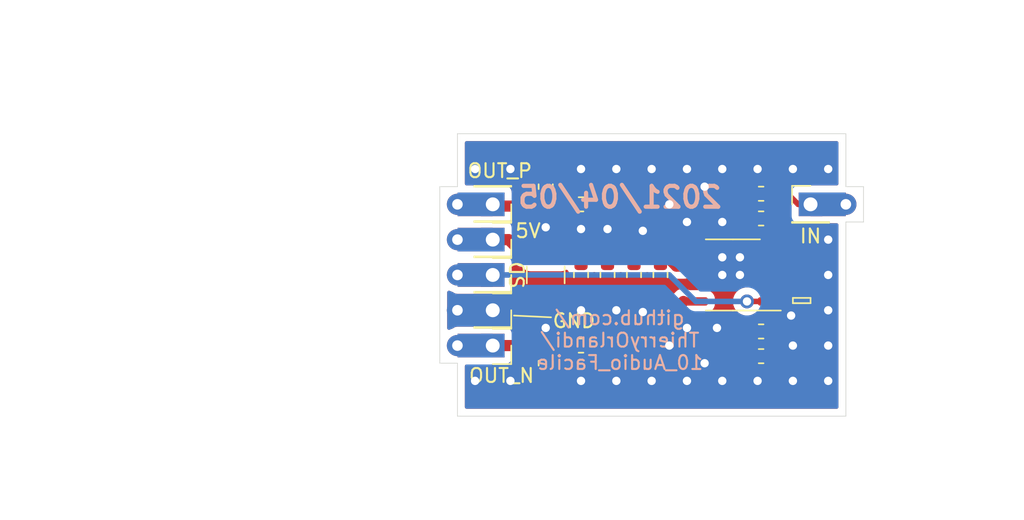
<source format=kicad_pcb>
(kicad_pcb (version 20171130) (host pcbnew "(5.1.6)-1")

  (general
    (thickness 1.6)
    (drawings 59)
    (tracks 180)
    (zones 0)
    (modules 20)
    (nets 14)
  )

  (page A4)
  (layers
    (0 F.Cu signal)
    (31 B.Cu signal)
    (32 B.Adhes user hide)
    (33 F.Adhes user hide)
    (34 B.Paste user hide)
    (35 F.Paste user hide)
    (36 B.SilkS user hide)
    (37 F.SilkS user)
    (38 B.Mask user hide)
    (39 F.Mask user hide)
    (40 Dwgs.User user hide)
    (41 Cmts.User user hide)
    (42 Eco1.User user)
    (43 Eco2.User user hide)
    (44 Edge.Cuts user)
    (45 Margin user hide)
    (46 B.CrtYd user hide)
    (47 F.CrtYd user)
    (48 B.Fab user hide)
    (49 F.Fab user hide)
  )

  (setup
    (last_trace_width 0.4)
    (trace_clearance 0.2)
    (zone_clearance 0.508)
    (zone_45_only no)
    (trace_min 0.2)
    (via_size 1)
    (via_drill 0.6)
    (via_min_size 0.4)
    (via_min_drill 0.3)
    (uvia_size 0.3)
    (uvia_drill 0.1)
    (uvias_allowed no)
    (uvia_min_size 0.2)
    (uvia_min_drill 0.1)
    (edge_width 0.05)
    (segment_width 0.2)
    (pcb_text_width 0.3)
    (pcb_text_size 1.5 1.5)
    (mod_edge_width 0.12)
    (mod_text_size 1 1)
    (mod_text_width 0.15)
    (pad_size 8.5 8.5)
    (pad_drill 4.3)
    (pad_to_mask_clearance 0.05)
    (aux_axis_origin 0 0)
    (grid_origin 104.14 78.74)
    (visible_elements 7FFFFF7F)
    (pcbplotparams
      (layerselection 0x310fc_ffffffff)
      (usegerberextensions false)
      (usegerberattributes true)
      (usegerberadvancedattributes true)
      (creategerberjobfile false)
      (excludeedgelayer false)
      (linewidth 0.100000)
      (plotframeref false)
      (viasonmask false)
      (mode 1)
      (useauxorigin true)
      (hpglpennumber 1)
      (hpglpenspeed 20)
      (hpglpendiameter 15.000000)
      (psnegative false)
      (psa4output false)
      (plotreference true)
      (plotvalue true)
      (plotinvisibletext false)
      (padsonsilk true)
      (subtractmaskfromsilk false)
      (outputformat 1)
      (mirror false)
      (drillshape 0)
      (scaleselection 1)
      (outputdirectory "gerbers/"))
  )

  (net 0 "")
  (net 1 GND)
  (net 2 5V)
  (net 3 OUT_P)
  (net 4 "Net-(C7-Pad1)")
  (net 5 "Net-(C8-Pad1)")
  (net 6 IN)
  (net 7 OUT_N)
  (net 8 "Net-(FB1-Pad1)")
  (net 9 "Net-(FB2-Pad1)")
  (net 10 SD)
  (net 11 "Net-(R1-Pad1)")
  (net 12 "Net-(R2-Pad1)")
  (net 13 "Net-(U1-Pad2)")

  (net_class Default "This is the default net class."
    (clearance 0.2)
    (trace_width 0.4)
    (via_dia 1)
    (via_drill 0.6)
    (uvia_dia 0.3)
    (uvia_drill 0.1)
    (add_net GND)
    (add_net IN)
    (add_net "Net-(C7-Pad1)")
    (add_net "Net-(C8-Pad1)")
    (add_net "Net-(R1-Pad1)")
    (add_net "Net-(R2-Pad1)")
    (add_net "Net-(U1-Pad2)")
    (add_net SD)
  )

  (net_class demi-gros ""
    (clearance 0.3)
    (trace_width 0.5)
    (via_dia 1)
    (via_drill 0.6)
    (uvia_dia 0.3)
    (uvia_drill 0.1)
  )

  (net_class gros ""
    (clearance 0.3)
    (trace_width 0.8)
    (via_dia 1)
    (via_drill 0.6)
    (uvia_dia 0.3)
    (uvia_drill 0.1)
    (add_net 5V)
    (add_net "Net-(FB1-Pad1)")
    (add_net "Net-(FB2-Pad1)")
    (add_net OUT_N)
    (add_net OUT_P)
  )

  (module Capacitor_SMD:C_1210_3225Metric_Pad1.42x2.65mm_HandSolder (layer F.Cu) (tedit 5B301BBE) (tstamp 606B862E)
    (at 107.95 71.12 90)
    (descr "Capacitor SMD 1210 (3225 Metric), square (rectangular) end terminal, IPC_7351 nominal with elongated pad for handsoldering. (Body size source: http://www.tortai-tech.com/upload/download/2011102023233369053.pdf), generated with kicad-footprint-generator")
    (tags "capacitor handsolder")
    (path /606B2A2E)
    (attr smd)
    (fp_text reference C1 (at 3.81 0 90) (layer F.SilkS) hide
      (effects (font (size 1 1) (thickness 0.15)))
    )
    (fp_text value 10uF (at 0 2.28 90) (layer F.Fab)
      (effects (font (size 1 1) (thickness 0.15)))
    )
    (fp_line (start -1.6 1.25) (end -1.6 -1.25) (layer F.Fab) (width 0.1))
    (fp_line (start -1.6 -1.25) (end 1.6 -1.25) (layer F.Fab) (width 0.1))
    (fp_line (start 1.6 -1.25) (end 1.6 1.25) (layer F.Fab) (width 0.1))
    (fp_line (start 1.6 1.25) (end -1.6 1.25) (layer F.Fab) (width 0.1))
    (fp_line (start -0.602064 -1.36) (end 0.602064 -1.36) (layer F.SilkS) (width 0.12))
    (fp_line (start -0.602064 1.36) (end 0.602064 1.36) (layer F.SilkS) (width 0.12))
    (fp_line (start -2.45 1.58) (end -2.45 -1.58) (layer F.CrtYd) (width 0.05))
    (fp_line (start -2.45 -1.58) (end 2.45 -1.58) (layer F.CrtYd) (width 0.05))
    (fp_line (start 2.45 -1.58) (end 2.45 1.58) (layer F.CrtYd) (width 0.05))
    (fp_line (start 2.45 1.58) (end -2.45 1.58) (layer F.CrtYd) (width 0.05))
    (fp_text user %R (at 0 0 90) (layer F.Fab)
      (effects (font (size 0.8 0.8) (thickness 0.12)))
    )
    (pad 1 smd roundrect (at -1.4875 0 90) (size 1.425 2.65) (layers F.Cu F.Paste F.Mask) (roundrect_rratio 0.175439)
      (net 1 GND))
    (pad 2 smd roundrect (at 1.4875 0 90) (size 1.425 2.65) (layers F.Cu F.Paste F.Mask) (roundrect_rratio 0.175439)
      (net 2 5V))
    (model ${KISYS3DMOD}/Capacitor_SMD.3dshapes/C_1210_3225Metric.wrl
      (at (xyz 0 0 0))
      (scale (xyz 1 1 1))
      (rotate (xyz 0 0 0))
    )
  )

  (module Capacitor_SMD:C_0603_1608Metric_Pad1.05x0.95mm_HandSolder (layer F.Cu) (tedit 5B301BBE) (tstamp 606B863F)
    (at 110.49 71.12 90)
    (descr "Capacitor SMD 0603 (1608 Metric), square (rectangular) end terminal, IPC_7351 nominal with elongated pad for handsoldering. (Body size source: http://www.tortai-tech.com/upload/download/2011102023233369053.pdf), generated with kicad-footprint-generator")
    (tags "capacitor handsolder")
    (path /5FE71661)
    (attr smd)
    (fp_text reference C2 (at 3.175 0 90) (layer F.SilkS) hide
      (effects (font (size 1 1) (thickness 0.15)))
    )
    (fp_text value 1uF (at 0 1.43 90) (layer F.Fab)
      (effects (font (size 1 1) (thickness 0.15)))
    )
    (fp_line (start 1.65 0.73) (end -1.65 0.73) (layer F.CrtYd) (width 0.05))
    (fp_line (start 1.65 -0.73) (end 1.65 0.73) (layer F.CrtYd) (width 0.05))
    (fp_line (start -1.65 -0.73) (end 1.65 -0.73) (layer F.CrtYd) (width 0.05))
    (fp_line (start -1.65 0.73) (end -1.65 -0.73) (layer F.CrtYd) (width 0.05))
    (fp_line (start -0.171267 0.51) (end 0.171267 0.51) (layer F.SilkS) (width 0.12))
    (fp_line (start -0.171267 -0.51) (end 0.171267 -0.51) (layer F.SilkS) (width 0.12))
    (fp_line (start 0.8 0.4) (end -0.8 0.4) (layer F.Fab) (width 0.1))
    (fp_line (start 0.8 -0.4) (end 0.8 0.4) (layer F.Fab) (width 0.1))
    (fp_line (start -0.8 -0.4) (end 0.8 -0.4) (layer F.Fab) (width 0.1))
    (fp_line (start -0.8 0.4) (end -0.8 -0.4) (layer F.Fab) (width 0.1))
    (fp_text user %R (at 0 0 90) (layer F.Fab)
      (effects (font (size 0.4 0.4) (thickness 0.06)))
    )
    (pad 2 smd roundrect (at 0.875 0 90) (size 1.05 0.95) (layers F.Cu F.Paste F.Mask) (roundrect_rratio 0.25)
      (net 2 5V))
    (pad 1 smd roundrect (at -0.875 0 90) (size 1.05 0.95) (layers F.Cu F.Paste F.Mask) (roundrect_rratio 0.25)
      (net 1 GND))
    (model ${KISYS3DMOD}/Capacitor_SMD.3dshapes/C_0603_1608Metric.wrl
      (at (xyz 0 0 0))
      (scale (xyz 1 1 1))
      (rotate (xyz 0 0 0))
    )
  )

  (module Capacitor_SMD:C_0603_1608Metric_Pad1.05x0.95mm_HandSolder (layer F.Cu) (tedit 5B301BBE) (tstamp 606B8650)
    (at 112.395 71.12 90)
    (descr "Capacitor SMD 0603 (1608 Metric), square (rectangular) end terminal, IPC_7351 nominal with elongated pad for handsoldering. (Body size source: http://www.tortai-tech.com/upload/download/2011102023233369053.pdf), generated with kicad-footprint-generator")
    (tags "capacitor handsolder")
    (path /5FE71DD2)
    (attr smd)
    (fp_text reference C3 (at 3.175 0 90) (layer F.SilkS) hide
      (effects (font (size 1 1) (thickness 0.15)))
    )
    (fp_text value 100nF (at 0 1.43 90) (layer F.Fab)
      (effects (font (size 1 1) (thickness 0.15)))
    )
    (fp_line (start -0.8 0.4) (end -0.8 -0.4) (layer F.Fab) (width 0.1))
    (fp_line (start -0.8 -0.4) (end 0.8 -0.4) (layer F.Fab) (width 0.1))
    (fp_line (start 0.8 -0.4) (end 0.8 0.4) (layer F.Fab) (width 0.1))
    (fp_line (start 0.8 0.4) (end -0.8 0.4) (layer F.Fab) (width 0.1))
    (fp_line (start -0.171267 -0.51) (end 0.171267 -0.51) (layer F.SilkS) (width 0.12))
    (fp_line (start -0.171267 0.51) (end 0.171267 0.51) (layer F.SilkS) (width 0.12))
    (fp_line (start -1.65 0.73) (end -1.65 -0.73) (layer F.CrtYd) (width 0.05))
    (fp_line (start -1.65 -0.73) (end 1.65 -0.73) (layer F.CrtYd) (width 0.05))
    (fp_line (start 1.65 -0.73) (end 1.65 0.73) (layer F.CrtYd) (width 0.05))
    (fp_line (start 1.65 0.73) (end -1.65 0.73) (layer F.CrtYd) (width 0.05))
    (fp_text user %R (at 0 0 90) (layer F.Fab)
      (effects (font (size 0.4 0.4) (thickness 0.06)))
    )
    (pad 1 smd roundrect (at -0.875 0 90) (size 1.05 0.95) (layers F.Cu F.Paste F.Mask) (roundrect_rratio 0.25)
      (net 1 GND))
    (pad 2 smd roundrect (at 0.875 0 90) (size 1.05 0.95) (layers F.Cu F.Paste F.Mask) (roundrect_rratio 0.25)
      (net 2 5V))
    (model ${KISYS3DMOD}/Capacitor_SMD.3dshapes/C_0603_1608Metric.wrl
      (at (xyz 0 0 0))
      (scale (xyz 1 1 1))
      (rotate (xyz 0 0 0))
    )
  )

  (module Capacitor_SMD:C_0603_1608Metric_Pad1.05x0.95mm_HandSolder (layer F.Cu) (tedit 5B301BBE) (tstamp 606B8661)
    (at 114.3 71.12 90)
    (descr "Capacitor SMD 0603 (1608 Metric), square (rectangular) end terminal, IPC_7351 nominal with elongated pad for handsoldering. (Body size source: http://www.tortai-tech.com/upload/download/2011102023233369053.pdf), generated with kicad-footprint-generator")
    (tags "capacitor handsolder")
    (path /606B4008)
    (attr smd)
    (fp_text reference C4 (at 3.175 0 90) (layer F.SilkS) hide
      (effects (font (size 1 1) (thickness 0.15)))
    )
    (fp_text value 1nF (at 0 1.43 90) (layer F.Fab)
      (effects (font (size 1 1) (thickness 0.15)))
    )
    (fp_line (start 1.65 0.73) (end -1.65 0.73) (layer F.CrtYd) (width 0.05))
    (fp_line (start 1.65 -0.73) (end 1.65 0.73) (layer F.CrtYd) (width 0.05))
    (fp_line (start -1.65 -0.73) (end 1.65 -0.73) (layer F.CrtYd) (width 0.05))
    (fp_line (start -1.65 0.73) (end -1.65 -0.73) (layer F.CrtYd) (width 0.05))
    (fp_line (start -0.171267 0.51) (end 0.171267 0.51) (layer F.SilkS) (width 0.12))
    (fp_line (start -0.171267 -0.51) (end 0.171267 -0.51) (layer F.SilkS) (width 0.12))
    (fp_line (start 0.8 0.4) (end -0.8 0.4) (layer F.Fab) (width 0.1))
    (fp_line (start 0.8 -0.4) (end 0.8 0.4) (layer F.Fab) (width 0.1))
    (fp_line (start -0.8 -0.4) (end 0.8 -0.4) (layer F.Fab) (width 0.1))
    (fp_line (start -0.8 0.4) (end -0.8 -0.4) (layer F.Fab) (width 0.1))
    (fp_text user %R (at 0 0 90) (layer F.Fab)
      (effects (font (size 0.4 0.4) (thickness 0.06)))
    )
    (pad 2 smd roundrect (at 0.875 0 90) (size 1.05 0.95) (layers F.Cu F.Paste F.Mask) (roundrect_rratio 0.25)
      (net 2 5V))
    (pad 1 smd roundrect (at -0.875 0 90) (size 1.05 0.95) (layers F.Cu F.Paste F.Mask) (roundrect_rratio 0.25)
      (net 1 GND))
    (model ${KISYS3DMOD}/Capacitor_SMD.3dshapes/C_0603_1608Metric.wrl
      (at (xyz 0 0 0))
      (scale (xyz 1 1 1))
      (rotate (xyz 0 0 0))
    )
  )

  (module Capacitor_SMD:C_0603_1608Metric_Pad1.05x0.95mm_HandSolder (layer F.Cu) (tedit 5B301BBE) (tstamp 606B8672)
    (at 116.205 71.12 90)
    (descr "Capacitor SMD 0603 (1608 Metric), square (rectangular) end terminal, IPC_7351 nominal with elongated pad for handsoldering. (Body size source: http://www.tortai-tech.com/upload/download/2011102023233369053.pdf), generated with kicad-footprint-generator")
    (tags "capacitor handsolder")
    (path /606C3811)
    (attr smd)
    (fp_text reference C5 (at 3.175 0 90) (layer F.SilkS) hide
      (effects (font (size 1 1) (thickness 0.15)))
    )
    (fp_text value 220pF (at 0 1.43 90) (layer F.Fab)
      (effects (font (size 1 1) (thickness 0.15)))
    )
    (fp_line (start -0.8 0.4) (end -0.8 -0.4) (layer F.Fab) (width 0.1))
    (fp_line (start -0.8 -0.4) (end 0.8 -0.4) (layer F.Fab) (width 0.1))
    (fp_line (start 0.8 -0.4) (end 0.8 0.4) (layer F.Fab) (width 0.1))
    (fp_line (start 0.8 0.4) (end -0.8 0.4) (layer F.Fab) (width 0.1))
    (fp_line (start -0.171267 -0.51) (end 0.171267 -0.51) (layer F.SilkS) (width 0.12))
    (fp_line (start -0.171267 0.51) (end 0.171267 0.51) (layer F.SilkS) (width 0.12))
    (fp_line (start -1.65 0.73) (end -1.65 -0.73) (layer F.CrtYd) (width 0.05))
    (fp_line (start -1.65 -0.73) (end 1.65 -0.73) (layer F.CrtYd) (width 0.05))
    (fp_line (start 1.65 -0.73) (end 1.65 0.73) (layer F.CrtYd) (width 0.05))
    (fp_line (start 1.65 0.73) (end -1.65 0.73) (layer F.CrtYd) (width 0.05))
    (fp_text user %R (at 0 0 90) (layer F.Fab)
      (effects (font (size 0.4 0.4) (thickness 0.06)))
    )
    (pad 1 smd roundrect (at -0.875 0 90) (size 1.05 0.95) (layers F.Cu F.Paste F.Mask) (roundrect_rratio 0.25)
      (net 1 GND))
    (pad 2 smd roundrect (at 0.875 0 90) (size 1.05 0.95) (layers F.Cu F.Paste F.Mask) (roundrect_rratio 0.25)
      (net 2 5V))
    (model ${KISYS3DMOD}/Capacitor_SMD.3dshapes/C_0603_1608Metric.wrl
      (at (xyz 0 0 0))
      (scale (xyz 1 1 1))
      (rotate (xyz 0 0 0))
    )
  )

  (module Capacitor_SMD:C_0603_1608Metric_Pad1.05x0.95mm_HandSolder (layer F.Cu) (tedit 5B301BBE) (tstamp 606B8683)
    (at 107.95 64.77 90)
    (descr "Capacitor SMD 0603 (1608 Metric), square (rectangular) end terminal, IPC_7351 nominal with elongated pad for handsoldering. (Body size source: http://www.tortai-tech.com/upload/download/2011102023233369053.pdf), generated with kicad-footprint-generator")
    (tags "capacitor handsolder")
    (path /606C34F6)
    (attr smd)
    (fp_text reference C6 (at 0 -1.43 90) (layer F.SilkS) hide
      (effects (font (size 1 1) (thickness 0.15)))
    )
    (fp_text value 220pF (at 0 1.43 90) (layer F.Fab)
      (effects (font (size 1 1) (thickness 0.15)))
    )
    (fp_line (start 1.65 0.73) (end -1.65 0.73) (layer F.CrtYd) (width 0.05))
    (fp_line (start 1.65 -0.73) (end 1.65 0.73) (layer F.CrtYd) (width 0.05))
    (fp_line (start -1.65 -0.73) (end 1.65 -0.73) (layer F.CrtYd) (width 0.05))
    (fp_line (start -1.65 0.73) (end -1.65 -0.73) (layer F.CrtYd) (width 0.05))
    (fp_line (start -0.171267 0.51) (end 0.171267 0.51) (layer F.SilkS) (width 0.12))
    (fp_line (start -0.171267 -0.51) (end 0.171267 -0.51) (layer F.SilkS) (width 0.12))
    (fp_line (start 0.8 0.4) (end -0.8 0.4) (layer F.Fab) (width 0.1))
    (fp_line (start 0.8 -0.4) (end 0.8 0.4) (layer F.Fab) (width 0.1))
    (fp_line (start -0.8 -0.4) (end 0.8 -0.4) (layer F.Fab) (width 0.1))
    (fp_line (start -0.8 0.4) (end -0.8 -0.4) (layer F.Fab) (width 0.1))
    (fp_text user %R (at 0 0 90) (layer F.Fab)
      (effects (font (size 0.4 0.4) (thickness 0.06)))
    )
    (pad 2 smd roundrect (at 0.875 0 90) (size 1.05 0.95) (layers F.Cu F.Paste F.Mask) (roundrect_rratio 0.25)
      (net 1 GND))
    (pad 1 smd roundrect (at -0.875 0 90) (size 1.05 0.95) (layers F.Cu F.Paste F.Mask) (roundrect_rratio 0.25)
      (net 3 OUT_P))
    (model ${KISYS3DMOD}/Capacitor_SMD.3dshapes/C_0603_1608Metric.wrl
      (at (xyz 0 0 0))
      (scale (xyz 1 1 1))
      (rotate (xyz 0 0 0))
    )
  )

  (module Capacitor_SMD:C_0603_1608Metric_Pad1.05x0.95mm_HandSolder (layer F.Cu) (tedit 5B301BBE) (tstamp 606B8694)
    (at 123.444 76.962)
    (descr "Capacitor SMD 0603 (1608 Metric), square (rectangular) end terminal, IPC_7351 nominal with elongated pad for handsoldering. (Body size source: http://www.tortai-tech.com/upload/download/2011102023233369053.pdf), generated with kicad-footprint-generator")
    (tags "capacitor handsolder")
    (path /5FE6816C)
    (attr smd)
    (fp_text reference C7 (at -2.794 0) (layer F.SilkS) hide
      (effects (font (size 1 1) (thickness 0.15)))
    )
    (fp_text value 100nF (at 0 1.43) (layer F.Fab)
      (effects (font (size 1 1) (thickness 0.15)))
    )
    (fp_line (start 1.65 0.73) (end -1.65 0.73) (layer F.CrtYd) (width 0.05))
    (fp_line (start 1.65 -0.73) (end 1.65 0.73) (layer F.CrtYd) (width 0.05))
    (fp_line (start -1.65 -0.73) (end 1.65 -0.73) (layer F.CrtYd) (width 0.05))
    (fp_line (start -1.65 0.73) (end -1.65 -0.73) (layer F.CrtYd) (width 0.05))
    (fp_line (start -0.171267 0.51) (end 0.171267 0.51) (layer F.SilkS) (width 0.12))
    (fp_line (start -0.171267 -0.51) (end 0.171267 -0.51) (layer F.SilkS) (width 0.12))
    (fp_line (start 0.8 0.4) (end -0.8 0.4) (layer F.Fab) (width 0.1))
    (fp_line (start 0.8 -0.4) (end 0.8 0.4) (layer F.Fab) (width 0.1))
    (fp_line (start -0.8 -0.4) (end 0.8 -0.4) (layer F.Fab) (width 0.1))
    (fp_line (start -0.8 0.4) (end -0.8 -0.4) (layer F.Fab) (width 0.1))
    (fp_text user %R (at 0 0) (layer F.Fab)
      (effects (font (size 0.4 0.4) (thickness 0.06)))
    )
    (pad 2 smd roundrect (at 0.875 0) (size 1.05 0.95) (layers F.Cu F.Paste F.Mask) (roundrect_rratio 0.25)
      (net 1 GND))
    (pad 1 smd roundrect (at -0.875 0) (size 1.05 0.95) (layers F.Cu F.Paste F.Mask) (roundrect_rratio 0.25)
      (net 4 "Net-(C7-Pad1)"))
    (model ${KISYS3DMOD}/Capacitor_SMD.3dshapes/C_0603_1608Metric.wrl
      (at (xyz 0 0 0))
      (scale (xyz 1 1 1))
      (rotate (xyz 0 0 0))
    )
  )

  (module Capacitor_SMD:C_0603_1608Metric_Pad1.05x0.95mm_HandSolder (layer F.Cu) (tedit 5B301BBE) (tstamp 606B86A5)
    (at 123.444 65.278)
    (descr "Capacitor SMD 0603 (1608 Metric), square (rectangular) end terminal, IPC_7351 nominal with elongated pad for handsoldering. (Body size source: http://www.tortai-tech.com/upload/download/2011102023233369053.pdf), generated with kicad-footprint-generator")
    (tags "capacitor handsolder")
    (path /5FE69077)
    (attr smd)
    (fp_text reference C8 (at -2.794 0) (layer F.SilkS) hide
      (effects (font (size 1 1) (thickness 0.15)))
    )
    (fp_text value 100nF (at 0 1.43) (layer F.Fab)
      (effects (font (size 1 1) (thickness 0.15)))
    )
    (fp_line (start -0.8 0.4) (end -0.8 -0.4) (layer F.Fab) (width 0.1))
    (fp_line (start -0.8 -0.4) (end 0.8 -0.4) (layer F.Fab) (width 0.1))
    (fp_line (start 0.8 -0.4) (end 0.8 0.4) (layer F.Fab) (width 0.1))
    (fp_line (start 0.8 0.4) (end -0.8 0.4) (layer F.Fab) (width 0.1))
    (fp_line (start -0.171267 -0.51) (end 0.171267 -0.51) (layer F.SilkS) (width 0.12))
    (fp_line (start -0.171267 0.51) (end 0.171267 0.51) (layer F.SilkS) (width 0.12))
    (fp_line (start -1.65 0.73) (end -1.65 -0.73) (layer F.CrtYd) (width 0.05))
    (fp_line (start -1.65 -0.73) (end 1.65 -0.73) (layer F.CrtYd) (width 0.05))
    (fp_line (start 1.65 -0.73) (end 1.65 0.73) (layer F.CrtYd) (width 0.05))
    (fp_line (start 1.65 0.73) (end -1.65 0.73) (layer F.CrtYd) (width 0.05))
    (fp_text user %R (at 0 0) (layer F.Fab)
      (effects (font (size 0.4 0.4) (thickness 0.06)))
    )
    (pad 1 smd roundrect (at -0.875 0) (size 1.05 0.95) (layers F.Cu F.Paste F.Mask) (roundrect_rratio 0.25)
      (net 5 "Net-(C8-Pad1)"))
    (pad 2 smd roundrect (at 0.875 0) (size 1.05 0.95) (layers F.Cu F.Paste F.Mask) (roundrect_rratio 0.25)
      (net 6 IN))
    (model ${KISYS3DMOD}/Capacitor_SMD.3dshapes/C_0603_1608Metric.wrl
      (at (xyz 0 0 0))
      (scale (xyz 1 1 1))
      (rotate (xyz 0 0 0))
    )
  )

  (module Capacitor_SMD:C_0603_1608Metric_Pad1.05x0.95mm_HandSolder (layer F.Cu) (tedit 5B301BBE) (tstamp 606B86B6)
    (at 107.95 77.47 90)
    (descr "Capacitor SMD 0603 (1608 Metric), square (rectangular) end terminal, IPC_7351 nominal with elongated pad for handsoldering. (Body size source: http://www.tortai-tech.com/upload/download/2011102023233369053.pdf), generated with kicad-footprint-generator")
    (tags "capacitor handsolder")
    (path /606C29D9)
    (attr smd)
    (fp_text reference C9 (at 0 -1.43 90) (layer F.SilkS) hide
      (effects (font (size 1 1) (thickness 0.15)))
    )
    (fp_text value 220pF (at 0 1.43 90) (layer F.Fab)
      (effects (font (size 1 1) (thickness 0.15)))
    )
    (fp_line (start -0.8 0.4) (end -0.8 -0.4) (layer F.Fab) (width 0.1))
    (fp_line (start -0.8 -0.4) (end 0.8 -0.4) (layer F.Fab) (width 0.1))
    (fp_line (start 0.8 -0.4) (end 0.8 0.4) (layer F.Fab) (width 0.1))
    (fp_line (start 0.8 0.4) (end -0.8 0.4) (layer F.Fab) (width 0.1))
    (fp_line (start -0.171267 -0.51) (end 0.171267 -0.51) (layer F.SilkS) (width 0.12))
    (fp_line (start -0.171267 0.51) (end 0.171267 0.51) (layer F.SilkS) (width 0.12))
    (fp_line (start -1.65 0.73) (end -1.65 -0.73) (layer F.CrtYd) (width 0.05))
    (fp_line (start -1.65 -0.73) (end 1.65 -0.73) (layer F.CrtYd) (width 0.05))
    (fp_line (start 1.65 -0.73) (end 1.65 0.73) (layer F.CrtYd) (width 0.05))
    (fp_line (start 1.65 0.73) (end -1.65 0.73) (layer F.CrtYd) (width 0.05))
    (fp_text user %R (at 0 0 90) (layer F.Fab)
      (effects (font (size 0.4 0.4) (thickness 0.06)))
    )
    (pad 1 smd roundrect (at -0.875 0 90) (size 1.05 0.95) (layers F.Cu F.Paste F.Mask) (roundrect_rratio 0.25)
      (net 1 GND))
    (pad 2 smd roundrect (at 0.875 0 90) (size 1.05 0.95) (layers F.Cu F.Paste F.Mask) (roundrect_rratio 0.25)
      (net 7 OUT_N))
    (model ${KISYS3DMOD}/Capacitor_SMD.3dshapes/C_0603_1608Metric.wrl
      (at (xyz 0 0 0))
      (scale (xyz 1 1 1))
      (rotate (xyz 0 0 0))
    )
  )

  (module Inductor_SMD:L_0603_1608Metric_Pad1.05x0.95mm_HandSolder (layer F.Cu) (tedit 5B301BBE) (tstamp 606B86C7)
    (at 110.49 66.04 180)
    (descr "Capacitor SMD 0603 (1608 Metric), square (rectangular) end terminal, IPC_7351 nominal with elongated pad for handsoldering. (Body size source: http://www.tortai-tech.com/upload/download/2011102023233369053.pdf), generated with kicad-footprint-generator")
    (tags "inductor handsolder")
    (path /606C87EC)
    (attr smd)
    (fp_text reference FB1 (at 0 1.524) (layer F.SilkS) hide
      (effects (font (size 1 1) (thickness 0.15)))
    )
    (fp_text value Ferrite_Bead (at 0 1.43) (layer F.Fab)
      (effects (font (size 1 1) (thickness 0.15)))
    )
    (fp_line (start 1.65 0.73) (end -1.65 0.73) (layer F.CrtYd) (width 0.05))
    (fp_line (start 1.65 -0.73) (end 1.65 0.73) (layer F.CrtYd) (width 0.05))
    (fp_line (start -1.65 -0.73) (end 1.65 -0.73) (layer F.CrtYd) (width 0.05))
    (fp_line (start -1.65 0.73) (end -1.65 -0.73) (layer F.CrtYd) (width 0.05))
    (fp_line (start -0.171267 0.51) (end 0.171267 0.51) (layer F.SilkS) (width 0.12))
    (fp_line (start -0.171267 -0.51) (end 0.171267 -0.51) (layer F.SilkS) (width 0.12))
    (fp_line (start 0.8 0.4) (end -0.8 0.4) (layer F.Fab) (width 0.1))
    (fp_line (start 0.8 -0.4) (end 0.8 0.4) (layer F.Fab) (width 0.1))
    (fp_line (start -0.8 -0.4) (end 0.8 -0.4) (layer F.Fab) (width 0.1))
    (fp_line (start -0.8 0.4) (end -0.8 -0.4) (layer F.Fab) (width 0.1))
    (fp_text user %R (at 0 0) (layer F.Fab)
      (effects (font (size 0.4 0.4) (thickness 0.06)))
    )
    (pad 2 smd roundrect (at 0.875 0 180) (size 1.05 0.95) (layers F.Cu F.Paste F.Mask) (roundrect_rratio 0.25)
      (net 3 OUT_P))
    (pad 1 smd roundrect (at -0.875 0 180) (size 1.05 0.95) (layers F.Cu F.Paste F.Mask) (roundrect_rratio 0.25)
      (net 8 "Net-(FB1-Pad1)"))
    (model ${KISYS3DMOD}/Inductor_SMD.3dshapes/L_0603_1608Metric.wrl
      (at (xyz 0 0 0))
      (scale (xyz 1 1 1))
      (rotate (xyz 0 0 0))
    )
  )

  (module Inductor_SMD:L_0603_1608Metric_Pad1.05x0.95mm_HandSolder (layer F.Cu) (tedit 5B301BBE) (tstamp 606B86D8)
    (at 110.49 76.2 180)
    (descr "Capacitor SMD 0603 (1608 Metric), square (rectangular) end terminal, IPC_7351 nominal with elongated pad for handsoldering. (Body size source: http://www.tortai-tech.com/upload/download/2011102023233369053.pdf), generated with kicad-footprint-generator")
    (tags "inductor handsolder")
    (path /606C9446)
    (attr smd)
    (fp_text reference FB2 (at 0 -1.43) (layer F.SilkS) hide
      (effects (font (size 1 1) (thickness 0.15)))
    )
    (fp_text value Ferrite_Bead (at 0 1.43) (layer F.Fab)
      (effects (font (size 1 1) (thickness 0.15)))
    )
    (fp_line (start -0.8 0.4) (end -0.8 -0.4) (layer F.Fab) (width 0.1))
    (fp_line (start -0.8 -0.4) (end 0.8 -0.4) (layer F.Fab) (width 0.1))
    (fp_line (start 0.8 -0.4) (end 0.8 0.4) (layer F.Fab) (width 0.1))
    (fp_line (start 0.8 0.4) (end -0.8 0.4) (layer F.Fab) (width 0.1))
    (fp_line (start -0.171267 -0.51) (end 0.171267 -0.51) (layer F.SilkS) (width 0.12))
    (fp_line (start -0.171267 0.51) (end 0.171267 0.51) (layer F.SilkS) (width 0.12))
    (fp_line (start -1.65 0.73) (end -1.65 -0.73) (layer F.CrtYd) (width 0.05))
    (fp_line (start -1.65 -0.73) (end 1.65 -0.73) (layer F.CrtYd) (width 0.05))
    (fp_line (start 1.65 -0.73) (end 1.65 0.73) (layer F.CrtYd) (width 0.05))
    (fp_line (start 1.65 0.73) (end -1.65 0.73) (layer F.CrtYd) (width 0.05))
    (fp_text user %R (at 0 0) (layer F.Fab)
      (effects (font (size 0.4 0.4) (thickness 0.06)))
    )
    (pad 1 smd roundrect (at -0.875 0 180) (size 1.05 0.95) (layers F.Cu F.Paste F.Mask) (roundrect_rratio 0.25)
      (net 9 "Net-(FB2-Pad1)"))
    (pad 2 smd roundrect (at 0.875 0 180) (size 1.05 0.95) (layers F.Cu F.Paste F.Mask) (roundrect_rratio 0.25)
      (net 7 OUT_N))
    (model ${KISYS3DMOD}/Inductor_SMD.3dshapes/L_0603_1608Metric.wrl
      (at (xyz 0 0 0))
      (scale (xyz 1 1 1))
      (rotate (xyz 0 0 0))
    )
  )

  (module Chimere:Castellated_conn (layer F.Cu) (tedit 5FD68FCB) (tstamp 606B86F1)
    (at 104.14 68.58 180)
    (descr "Through hole straight pin header, 1x01, 2.54mm pitch, single row + castellated hole")
    (tags "Through hole pin header THT 1x01 2.54mm single row castellated hole")
    (path /606CE97F)
    (fp_text reference J1 (at -3.175 0) (layer F.SilkS) hide
      (effects (font (size 1 1) (thickness 0.15)))
    )
    (fp_text value Conn_01x01 (at 8.89 0) (layer F.Fab)
      (effects (font (size 1 1) (thickness 0.15)))
    )
    (fp_line (start 3.81 -1.27) (end -1.8 -1.27) (layer F.CrtYd) (width 0.05))
    (fp_line (start 3.81 1.27) (end 3.81 -1.27) (layer F.CrtYd) (width 0.05))
    (fp_line (start -1.8 1.27) (end 3.81 1.27) (layer F.CrtYd) (width 0.05))
    (fp_line (start -1.8 -1.27) (end -1.8 1.27) (layer F.CrtYd) (width 0.05))
    (fp_line (start -1.33 -1.33) (end 0 -1.33) (layer F.SilkS) (width 0.12))
    (fp_line (start -1.33 0) (end -1.33 -1.33) (layer F.SilkS) (width 0.12))
    (fp_line (start -1.33 1.27) (end 1.33 1.27) (layer F.SilkS) (width 0.12))
    (fp_line (start 1.33 1.27) (end 1.33 1.33) (layer F.SilkS) (width 0.12))
    (fp_line (start -1.33 1.27) (end -1.33 1.33) (layer F.SilkS) (width 0.12))
    (fp_line (start -1.33 1.33) (end 1.33 1.33) (layer F.SilkS) (width 0.12))
    (fp_line (start -1.27 -0.635) (end -0.635 -1.27) (layer F.Fab) (width 0.1))
    (fp_line (start -1.27 1.27) (end -1.27 -0.635) (layer F.Fab) (width 0.1))
    (fp_line (start 1.27 1.27) (end -1.27 1.27) (layer F.Fab) (width 0.1))
    (fp_line (start 2.54 1.27) (end 1.27 1.27) (layer F.Fab) (width 0.1))
    (fp_line (start -0.635 -1.27) (end 2.54 -1.27) (layer F.Fab) (width 0.1))
    (fp_line (start 2.54 -1.905) (end 2.54 1.905) (layer F.Fab) (width 0.12))
    (fp_text user %R (at 0 0 180) (layer F.Fab)
      (effects (font (size 1 1) (thickness 0.15)))
    )
    (pad 1 smd rect (at 1.27 0 180) (size 2.524 1.7) (layers B.Cu F.Paste F.Mask)
      (net 2 5V))
    (pad 1 smd rect (at 1.27 0 180) (size 2.524 1.7) (layers F.Cu F.Paste F.Mask)
      (net 2 5V))
    (pad 1 thru_hole circle (at 2.54 0 180) (size 1.524 1.524) (drill 0.762) (layers *.Cu *.Mask)
      (net 2 5V))
    (pad 1 thru_hole rect (at 0 0 180) (size 1.7 1.7) (drill 1) (layers *.Cu *.Mask)
      (net 2 5V))
    (model ${KISYS3DMOD}/Connector_PinHeader_2.54mm.3dshapes/PinHeader_1x01_P2.54mm_Vertical.wrl
      (at (xyz 0 0 0))
      (scale (xyz 1 1 1))
      (rotate (xyz 0 0 0))
    )
  )

  (module Chimere:Castellated_conn (layer F.Cu) (tedit 5FD68FCB) (tstamp 606B870A)
    (at 104.14 71.12 180)
    (descr "Through hole straight pin header, 1x01, 2.54mm pitch, single row + castellated hole")
    (tags "Through hole pin header THT 1x01 2.54mm single row castellated hole")
    (path /606D5E52)
    (fp_text reference J2 (at -3.175 0) (layer F.SilkS) hide
      (effects (font (size 1 1) (thickness 0.15)))
    )
    (fp_text value Conn_01x01 (at 8.89 0) (layer F.Fab)
      (effects (font (size 1 1) (thickness 0.15)))
    )
    (fp_line (start 2.54 -1.905) (end 2.54 1.905) (layer F.Fab) (width 0.12))
    (fp_line (start -0.635 -1.27) (end 2.54 -1.27) (layer F.Fab) (width 0.1))
    (fp_line (start 2.54 1.27) (end 1.27 1.27) (layer F.Fab) (width 0.1))
    (fp_line (start 1.27 1.27) (end -1.27 1.27) (layer F.Fab) (width 0.1))
    (fp_line (start -1.27 1.27) (end -1.27 -0.635) (layer F.Fab) (width 0.1))
    (fp_line (start -1.27 -0.635) (end -0.635 -1.27) (layer F.Fab) (width 0.1))
    (fp_line (start -1.33 1.33) (end 1.33 1.33) (layer F.SilkS) (width 0.12))
    (fp_line (start -1.33 1.27) (end -1.33 1.33) (layer F.SilkS) (width 0.12))
    (fp_line (start 1.33 1.27) (end 1.33 1.33) (layer F.SilkS) (width 0.12))
    (fp_line (start -1.33 1.27) (end 1.33 1.27) (layer F.SilkS) (width 0.12))
    (fp_line (start -1.33 0) (end -1.33 -1.33) (layer F.SilkS) (width 0.12))
    (fp_line (start -1.33 -1.33) (end 0 -1.33) (layer F.SilkS) (width 0.12))
    (fp_line (start -1.8 -1.27) (end -1.8 1.27) (layer F.CrtYd) (width 0.05))
    (fp_line (start -1.8 1.27) (end 3.81 1.27) (layer F.CrtYd) (width 0.05))
    (fp_line (start 3.81 1.27) (end 3.81 -1.27) (layer F.CrtYd) (width 0.05))
    (fp_line (start 3.81 -1.27) (end -1.8 -1.27) (layer F.CrtYd) (width 0.05))
    (fp_text user %R (at 0 0 180) (layer F.Fab)
      (effects (font (size 1 1) (thickness 0.15)))
    )
    (pad 1 thru_hole rect (at 0 0 180) (size 1.7 1.7) (drill 1) (layers *.Cu *.Mask)
      (net 10 SD))
    (pad 1 thru_hole circle (at 2.54 0 180) (size 1.524 1.524) (drill 0.762) (layers *.Cu *.Mask)
      (net 10 SD))
    (pad 1 smd rect (at 1.27 0 180) (size 2.524 1.7) (layers F.Cu F.Paste F.Mask)
      (net 10 SD))
    (pad 1 smd rect (at 1.27 0 180) (size 2.524 1.7) (layers B.Cu F.Paste F.Mask)
      (net 10 SD))
    (model ${KISYS3DMOD}/Connector_PinHeader_2.54mm.3dshapes/PinHeader_1x01_P2.54mm_Vertical.wrl
      (at (xyz 0 0 0))
      (scale (xyz 1 1 1))
      (rotate (xyz 0 0 0))
    )
  )

  (module Chimere:Castellated_conn (layer F.Cu) (tedit 5FD68FCB) (tstamp 606B8723)
    (at 104.14 73.66 180)
    (descr "Through hole straight pin header, 1x01, 2.54mm pitch, single row + castellated hole")
    (tags "Through hole pin header THT 1x01 2.54mm single row castellated hole")
    (path /606CFC19)
    (fp_text reference J3 (at -3.175 0) (layer F.SilkS) hide
      (effects (font (size 1 1) (thickness 0.15)))
    )
    (fp_text value Conn_01x01 (at 8.89 0) (layer F.Fab)
      (effects (font (size 1 1) (thickness 0.15)))
    )
    (fp_line (start 2.54 -1.905) (end 2.54 1.905) (layer F.Fab) (width 0.12))
    (fp_line (start -0.635 -1.27) (end 2.54 -1.27) (layer F.Fab) (width 0.1))
    (fp_line (start 2.54 1.27) (end 1.27 1.27) (layer F.Fab) (width 0.1))
    (fp_line (start 1.27 1.27) (end -1.27 1.27) (layer F.Fab) (width 0.1))
    (fp_line (start -1.27 1.27) (end -1.27 -0.635) (layer F.Fab) (width 0.1))
    (fp_line (start -1.27 -0.635) (end -0.635 -1.27) (layer F.Fab) (width 0.1))
    (fp_line (start -1.33 1.33) (end 1.33 1.33) (layer F.SilkS) (width 0.12))
    (fp_line (start -1.33 1.27) (end -1.33 1.33) (layer F.SilkS) (width 0.12))
    (fp_line (start 1.33 1.27) (end 1.33 1.33) (layer F.SilkS) (width 0.12))
    (fp_line (start -1.33 1.27) (end 1.33 1.27) (layer F.SilkS) (width 0.12))
    (fp_line (start -1.33 0) (end -1.33 -1.33) (layer F.SilkS) (width 0.12))
    (fp_line (start -1.33 -1.33) (end 0 -1.33) (layer F.SilkS) (width 0.12))
    (fp_line (start -1.8 -1.27) (end -1.8 1.27) (layer F.CrtYd) (width 0.05))
    (fp_line (start -1.8 1.27) (end 3.81 1.27) (layer F.CrtYd) (width 0.05))
    (fp_line (start 3.81 1.27) (end 3.81 -1.27) (layer F.CrtYd) (width 0.05))
    (fp_line (start 3.81 -1.27) (end -1.8 -1.27) (layer F.CrtYd) (width 0.05))
    (fp_text user %R (at 0 0 180) (layer F.Fab)
      (effects (font (size 1 1) (thickness 0.15)))
    )
    (pad 1 thru_hole rect (at 0 0 180) (size 1.7 1.7) (drill 1) (layers *.Cu *.Mask)
      (net 1 GND))
    (pad 1 thru_hole circle (at 2.54 0 180) (size 1.524 1.524) (drill 0.762) (layers *.Cu *.Mask)
      (net 1 GND))
    (pad 1 smd rect (at 1.27 0 180) (size 2.524 1.7) (layers F.Cu F.Paste F.Mask)
      (net 1 GND))
    (pad 1 smd rect (at 1.27 0 180) (size 2.524 1.7) (layers B.Cu F.Paste F.Mask)
      (net 1 GND))
    (model ${KISYS3DMOD}/Connector_PinHeader_2.54mm.3dshapes/PinHeader_1x01_P2.54mm_Vertical.wrl
      (at (xyz 0 0 0))
      (scale (xyz 1 1 1))
      (rotate (xyz 0 0 0))
    )
  )

  (module Chimere:Castellated_conn (layer F.Cu) (tedit 5FD68FCB) (tstamp 606B873C)
    (at 127 66.04)
    (descr "Through hole straight pin header, 1x01, 2.54mm pitch, single row + castellated hole")
    (tags "Through hole pin header THT 1x01 2.54mm single row castellated hole")
    (path /606CFDE9)
    (fp_text reference J4 (at -3.175 0) (layer F.SilkS) hide
      (effects (font (size 1 1) (thickness 0.15)))
    )
    (fp_text value Conn_01x01 (at 8.89 0) (layer F.Fab)
      (effects (font (size 1 1) (thickness 0.15)))
    )
    (fp_line (start 3.81 -1.27) (end -1.8 -1.27) (layer F.CrtYd) (width 0.05))
    (fp_line (start 3.81 1.27) (end 3.81 -1.27) (layer F.CrtYd) (width 0.05))
    (fp_line (start -1.8 1.27) (end 3.81 1.27) (layer F.CrtYd) (width 0.05))
    (fp_line (start -1.8 -1.27) (end -1.8 1.27) (layer F.CrtYd) (width 0.05))
    (fp_line (start -1.33 -1.33) (end 0 -1.33) (layer F.SilkS) (width 0.12))
    (fp_line (start -1.33 0) (end -1.33 -1.33) (layer F.SilkS) (width 0.12))
    (fp_line (start -1.33 1.27) (end 1.33 1.27) (layer F.SilkS) (width 0.12))
    (fp_line (start 1.33 1.27) (end 1.33 1.33) (layer F.SilkS) (width 0.12))
    (fp_line (start -1.33 1.27) (end -1.33 1.33) (layer F.SilkS) (width 0.12))
    (fp_line (start -1.33 1.33) (end 1.33 1.33) (layer F.SilkS) (width 0.12))
    (fp_line (start -1.27 -0.635) (end -0.635 -1.27) (layer F.Fab) (width 0.1))
    (fp_line (start -1.27 1.27) (end -1.27 -0.635) (layer F.Fab) (width 0.1))
    (fp_line (start 1.27 1.27) (end -1.27 1.27) (layer F.Fab) (width 0.1))
    (fp_line (start 2.54 1.27) (end 1.27 1.27) (layer F.Fab) (width 0.1))
    (fp_line (start -0.635 -1.27) (end 2.54 -1.27) (layer F.Fab) (width 0.1))
    (fp_line (start 2.54 -1.905) (end 2.54 1.905) (layer F.Fab) (width 0.12))
    (fp_text user %R (at 0 0 180) (layer F.Fab)
      (effects (font (size 1 1) (thickness 0.15)))
    )
    (pad 1 smd rect (at 1.27 0) (size 2.524 1.7) (layers B.Cu F.Paste F.Mask)
      (net 6 IN))
    (pad 1 smd rect (at 1.27 0) (size 2.524 1.7) (layers F.Cu F.Paste F.Mask)
      (net 6 IN))
    (pad 1 thru_hole circle (at 2.54 0) (size 1.524 1.524) (drill 0.762) (layers *.Cu *.Mask)
      (net 6 IN))
    (pad 1 thru_hole rect (at 0 0) (size 1.7 1.7) (drill 1) (layers *.Cu *.Mask)
      (net 6 IN))
    (model ${KISYS3DMOD}/Connector_PinHeader_2.54mm.3dshapes/PinHeader_1x01_P2.54mm_Vertical.wrl
      (at (xyz 0 0 0))
      (scale (xyz 1 1 1))
      (rotate (xyz 0 0 0))
    )
  )

  (module Chimere:Castellated_conn (layer F.Cu) (tedit 5FD68FCB) (tstamp 606B8755)
    (at 104.14 66.04 180)
    (descr "Through hole straight pin header, 1x01, 2.54mm pitch, single row + castellated hole")
    (tags "Through hole pin header THT 1x01 2.54mm single row castellated hole")
    (path /606D0061)
    (fp_text reference J5 (at -3.175 0) (layer F.SilkS) hide
      (effects (font (size 1 1) (thickness 0.15)))
    )
    (fp_text value Conn_01x01 (at 8.89 0) (layer F.Fab)
      (effects (font (size 1 1) (thickness 0.15)))
    )
    (fp_line (start 2.54 -1.905) (end 2.54 1.905) (layer F.Fab) (width 0.12))
    (fp_line (start -0.635 -1.27) (end 2.54 -1.27) (layer F.Fab) (width 0.1))
    (fp_line (start 2.54 1.27) (end 1.27 1.27) (layer F.Fab) (width 0.1))
    (fp_line (start 1.27 1.27) (end -1.27 1.27) (layer F.Fab) (width 0.1))
    (fp_line (start -1.27 1.27) (end -1.27 -0.635) (layer F.Fab) (width 0.1))
    (fp_line (start -1.27 -0.635) (end -0.635 -1.27) (layer F.Fab) (width 0.1))
    (fp_line (start -1.33 1.33) (end 1.33 1.33) (layer F.SilkS) (width 0.12))
    (fp_line (start -1.33 1.27) (end -1.33 1.33) (layer F.SilkS) (width 0.12))
    (fp_line (start 1.33 1.27) (end 1.33 1.33) (layer F.SilkS) (width 0.12))
    (fp_line (start -1.33 1.27) (end 1.33 1.27) (layer F.SilkS) (width 0.12))
    (fp_line (start -1.33 0) (end -1.33 -1.33) (layer F.SilkS) (width 0.12))
    (fp_line (start -1.33 -1.33) (end 0 -1.33) (layer F.SilkS) (width 0.12))
    (fp_line (start -1.8 -1.27) (end -1.8 1.27) (layer F.CrtYd) (width 0.05))
    (fp_line (start -1.8 1.27) (end 3.81 1.27) (layer F.CrtYd) (width 0.05))
    (fp_line (start 3.81 1.27) (end 3.81 -1.27) (layer F.CrtYd) (width 0.05))
    (fp_line (start 3.81 -1.27) (end -1.8 -1.27) (layer F.CrtYd) (width 0.05))
    (fp_text user %R (at 0 0 180) (layer F.Fab)
      (effects (font (size 1 1) (thickness 0.15)))
    )
    (pad 1 thru_hole rect (at 0 0 180) (size 1.7 1.7) (drill 1) (layers *.Cu *.Mask)
      (net 3 OUT_P))
    (pad 1 thru_hole circle (at 2.54 0 180) (size 1.524 1.524) (drill 0.762) (layers *.Cu *.Mask)
      (net 3 OUT_P))
    (pad 1 smd rect (at 1.27 0 180) (size 2.524 1.7) (layers F.Cu F.Paste F.Mask)
      (net 3 OUT_P))
    (pad 1 smd rect (at 1.27 0 180) (size 2.524 1.7) (layers B.Cu F.Paste F.Mask)
      (net 3 OUT_P))
    (model ${KISYS3DMOD}/Connector_PinHeader_2.54mm.3dshapes/PinHeader_1x01_P2.54mm_Vertical.wrl
      (at (xyz 0 0 0))
      (scale (xyz 1 1 1))
      (rotate (xyz 0 0 0))
    )
  )

  (module Chimere:Castellated_conn (layer F.Cu) (tedit 5FD68FCB) (tstamp 606B876E)
    (at 104.14 76.2 180)
    (descr "Through hole straight pin header, 1x01, 2.54mm pitch, single row + castellated hole")
    (tags "Through hole pin header THT 1x01 2.54mm single row castellated hole")
    (path /606D0479)
    (fp_text reference J6 (at -3.175 0) (layer F.SilkS) hide
      (effects (font (size 1 1) (thickness 0.15)))
    )
    (fp_text value Conn_01x01 (at 8.89 0) (layer F.Fab)
      (effects (font (size 1 1) (thickness 0.15)))
    )
    (fp_line (start 3.81 -1.27) (end -1.8 -1.27) (layer F.CrtYd) (width 0.05))
    (fp_line (start 3.81 1.27) (end 3.81 -1.27) (layer F.CrtYd) (width 0.05))
    (fp_line (start -1.8 1.27) (end 3.81 1.27) (layer F.CrtYd) (width 0.05))
    (fp_line (start -1.8 -1.27) (end -1.8 1.27) (layer F.CrtYd) (width 0.05))
    (fp_line (start -1.33 -1.33) (end 0 -1.33) (layer F.SilkS) (width 0.12))
    (fp_line (start -1.33 0) (end -1.33 -1.33) (layer F.SilkS) (width 0.12))
    (fp_line (start -1.33 1.27) (end 1.33 1.27) (layer F.SilkS) (width 0.12))
    (fp_line (start 1.33 1.27) (end 1.33 1.33) (layer F.SilkS) (width 0.12))
    (fp_line (start -1.33 1.27) (end -1.33 1.33) (layer F.SilkS) (width 0.12))
    (fp_line (start -1.33 1.33) (end 1.33 1.33) (layer F.SilkS) (width 0.12))
    (fp_line (start -1.27 -0.635) (end -0.635 -1.27) (layer F.Fab) (width 0.1))
    (fp_line (start -1.27 1.27) (end -1.27 -0.635) (layer F.Fab) (width 0.1))
    (fp_line (start 1.27 1.27) (end -1.27 1.27) (layer F.Fab) (width 0.1))
    (fp_line (start 2.54 1.27) (end 1.27 1.27) (layer F.Fab) (width 0.1))
    (fp_line (start -0.635 -1.27) (end 2.54 -1.27) (layer F.Fab) (width 0.1))
    (fp_line (start 2.54 -1.905) (end 2.54 1.905) (layer F.Fab) (width 0.12))
    (fp_text user %R (at 0 0 180) (layer F.Fab)
      (effects (font (size 1 1) (thickness 0.15)))
    )
    (pad 1 smd rect (at 1.27 0 180) (size 2.524 1.7) (layers B.Cu F.Paste F.Mask)
      (net 7 OUT_N))
    (pad 1 smd rect (at 1.27 0 180) (size 2.524 1.7) (layers F.Cu F.Paste F.Mask)
      (net 7 OUT_N))
    (pad 1 thru_hole circle (at 2.54 0 180) (size 1.524 1.524) (drill 0.762) (layers *.Cu *.Mask)
      (net 7 OUT_N))
    (pad 1 thru_hole rect (at 0 0 180) (size 1.7 1.7) (drill 1) (layers *.Cu *.Mask)
      (net 7 OUT_N))
    (model ${KISYS3DMOD}/Connector_PinHeader_2.54mm.3dshapes/PinHeader_1x01_P2.54mm_Vertical.wrl
      (at (xyz 0 0 0))
      (scale (xyz 1 1 1))
      (rotate (xyz 0 0 0))
    )
  )

  (module Resistor_SMD:R_0603_1608Metric_Pad1.05x0.95mm_HandSolder (layer F.Cu) (tedit 5B301BBD) (tstamp 606B877F)
    (at 123.444 75.184 180)
    (descr "Resistor SMD 0603 (1608 Metric), square (rectangular) end terminal, IPC_7351 nominal with elongated pad for handsoldering. (Body size source: http://www.tortai-tech.com/upload/download/2011102023233369053.pdf), generated with kicad-footprint-generator")
    (tags "resistor handsolder")
    (path /5FE62915)
    (attr smd)
    (fp_text reference R1 (at 2.794 0) (layer F.SilkS) hide
      (effects (font (size 1 1) (thickness 0.15)))
    )
    (fp_text value 10k (at 0 1.43) (layer F.Fab)
      (effects (font (size 1 1) (thickness 0.15)))
    )
    (fp_line (start -0.8 0.4) (end -0.8 -0.4) (layer F.Fab) (width 0.1))
    (fp_line (start -0.8 -0.4) (end 0.8 -0.4) (layer F.Fab) (width 0.1))
    (fp_line (start 0.8 -0.4) (end 0.8 0.4) (layer F.Fab) (width 0.1))
    (fp_line (start 0.8 0.4) (end -0.8 0.4) (layer F.Fab) (width 0.1))
    (fp_line (start -0.171267 -0.51) (end 0.171267 -0.51) (layer F.SilkS) (width 0.12))
    (fp_line (start -0.171267 0.51) (end 0.171267 0.51) (layer F.SilkS) (width 0.12))
    (fp_line (start -1.65 0.73) (end -1.65 -0.73) (layer F.CrtYd) (width 0.05))
    (fp_line (start -1.65 -0.73) (end 1.65 -0.73) (layer F.CrtYd) (width 0.05))
    (fp_line (start 1.65 -0.73) (end 1.65 0.73) (layer F.CrtYd) (width 0.05))
    (fp_line (start 1.65 0.73) (end -1.65 0.73) (layer F.CrtYd) (width 0.05))
    (fp_text user %R (at 0 0) (layer F.Fab)
      (effects (font (size 0.4 0.4) (thickness 0.06)))
    )
    (pad 1 smd roundrect (at -0.875 0 180) (size 1.05 0.95) (layers F.Cu F.Paste F.Mask) (roundrect_rratio 0.25)
      (net 11 "Net-(R1-Pad1)"))
    (pad 2 smd roundrect (at 0.875 0 180) (size 1.05 0.95) (layers F.Cu F.Paste F.Mask) (roundrect_rratio 0.25)
      (net 4 "Net-(C7-Pad1)"))
    (model ${KISYS3DMOD}/Resistor_SMD.3dshapes/R_0603_1608Metric.wrl
      (at (xyz 0 0 0))
      (scale (xyz 1 1 1))
      (rotate (xyz 0 0 0))
    )
  )

  (module Resistor_SMD:R_0603_1608Metric_Pad1.05x0.95mm_HandSolder (layer F.Cu) (tedit 5B301BBD) (tstamp 606B8790)
    (at 123.444 67.056 180)
    (descr "Resistor SMD 0603 (1608 Metric), square (rectangular) end terminal, IPC_7351 nominal with elongated pad for handsoldering. (Body size source: http://www.tortai-tech.com/upload/download/2011102023233369053.pdf), generated with kicad-footprint-generator")
    (tags "resistor handsolder")
    (path /5FE62EEF)
    (attr smd)
    (fp_text reference R2 (at 2.794 0) (layer F.SilkS) hide
      (effects (font (size 1 1) (thickness 0.15)))
    )
    (fp_text value 10k (at 0 1.43) (layer F.Fab)
      (effects (font (size 1 1) (thickness 0.15)))
    )
    (fp_line (start 1.65 0.73) (end -1.65 0.73) (layer F.CrtYd) (width 0.05))
    (fp_line (start 1.65 -0.73) (end 1.65 0.73) (layer F.CrtYd) (width 0.05))
    (fp_line (start -1.65 -0.73) (end 1.65 -0.73) (layer F.CrtYd) (width 0.05))
    (fp_line (start -1.65 0.73) (end -1.65 -0.73) (layer F.CrtYd) (width 0.05))
    (fp_line (start -0.171267 0.51) (end 0.171267 0.51) (layer F.SilkS) (width 0.12))
    (fp_line (start -0.171267 -0.51) (end 0.171267 -0.51) (layer F.SilkS) (width 0.12))
    (fp_line (start 0.8 0.4) (end -0.8 0.4) (layer F.Fab) (width 0.1))
    (fp_line (start 0.8 -0.4) (end 0.8 0.4) (layer F.Fab) (width 0.1))
    (fp_line (start -0.8 -0.4) (end 0.8 -0.4) (layer F.Fab) (width 0.1))
    (fp_line (start -0.8 0.4) (end -0.8 -0.4) (layer F.Fab) (width 0.1))
    (fp_text user %R (at 0 0) (layer F.Fab)
      (effects (font (size 0.4 0.4) (thickness 0.06)))
    )
    (pad 2 smd roundrect (at 0.875 0 180) (size 1.05 0.95) (layers F.Cu F.Paste F.Mask) (roundrect_rratio 0.25)
      (net 5 "Net-(C8-Pad1)"))
    (pad 1 smd roundrect (at -0.875 0 180) (size 1.05 0.95) (layers F.Cu F.Paste F.Mask) (roundrect_rratio 0.25)
      (net 12 "Net-(R2-Pad1)"))
    (model ${KISYS3DMOD}/Resistor_SMD.3dshapes/R_0603_1608Metric.wrl
      (at (xyz 0 0 0))
      (scale (xyz 1 1 1))
      (rotate (xyz 0 0 0))
    )
  )

  (module Package_SO:SOP-8_3.9x4.9mm_P1.27mm (layer F.Cu) (tedit 5D9F72B1) (tstamp 606B87AA)
    (at 121.412 71.12 180)
    (descr "SOP, 8 Pin (http://www.macronix.com/Lists/Datasheet/Attachments/7534/MX25R3235F,%20Wide%20Range,%2032Mb,%20v1.6.pdf#page=79), generated with kicad-footprint-generator ipc_gullwing_generator.py")
    (tags "SOP SO")
    (path /5FE5DE66)
    (attr smd)
    (fp_text reference U1 (at 4.572 -3.556) (layer F.SilkS) hide
      (effects (font (size 1 1) (thickness 0.15)))
    )
    (fp_text value PAM8302AAS (at 0 3.4) (layer F.Fab)
      (effects (font (size 1 1) (thickness 0.15)))
    )
    (fp_line (start 0 2.56) (end 1.95 2.56) (layer F.SilkS) (width 0.12))
    (fp_line (start 0 2.56) (end -1.95 2.56) (layer F.SilkS) (width 0.12))
    (fp_line (start 0 -2.56) (end 1.95 -2.56) (layer F.SilkS) (width 0.12))
    (fp_line (start 0 -2.56) (end -3.45 -2.56) (layer F.SilkS) (width 0.12))
    (fp_line (start -0.975 -2.45) (end 1.95 -2.45) (layer F.Fab) (width 0.1))
    (fp_line (start 1.95 -2.45) (end 1.95 2.45) (layer F.Fab) (width 0.1))
    (fp_line (start 1.95 2.45) (end -1.95 2.45) (layer F.Fab) (width 0.1))
    (fp_line (start -1.95 2.45) (end -1.95 -1.475) (layer F.Fab) (width 0.1))
    (fp_line (start -1.95 -1.475) (end -0.975 -2.45) (layer F.Fab) (width 0.1))
    (fp_line (start -3.7 -2.7) (end -3.7 2.7) (layer F.CrtYd) (width 0.05))
    (fp_line (start -3.7 2.7) (end 3.7 2.7) (layer F.CrtYd) (width 0.05))
    (fp_line (start 3.7 2.7) (end 3.7 -2.7) (layer F.CrtYd) (width 0.05))
    (fp_line (start 3.7 -2.7) (end -3.7 -2.7) (layer F.CrtYd) (width 0.05))
    (fp_text user %R (at 0 0) (layer F.Fab)
      (effects (font (size 0.98 0.98) (thickness 0.15)))
    )
    (pad 1 smd roundrect (at -2.625 -1.905 180) (size 1.65 0.6) (layers F.Cu F.Paste F.Mask) (roundrect_rratio 0.25)
      (net 10 SD))
    (pad 2 smd roundrect (at -2.625 -0.635 180) (size 1.65 0.6) (layers F.Cu F.Paste F.Mask) (roundrect_rratio 0.25)
      (net 13 "Net-(U1-Pad2)"))
    (pad 3 smd roundrect (at -2.625 0.635 180) (size 1.65 0.6) (layers F.Cu F.Paste F.Mask) (roundrect_rratio 0.25)
      (net 11 "Net-(R1-Pad1)"))
    (pad 4 smd roundrect (at -2.625 1.905 180) (size 1.65 0.6) (layers F.Cu F.Paste F.Mask) (roundrect_rratio 0.25)
      (net 12 "Net-(R2-Pad1)"))
    (pad 5 smd roundrect (at 2.625 1.905 180) (size 1.65 0.6) (layers F.Cu F.Paste F.Mask) (roundrect_rratio 0.25)
      (net 8 "Net-(FB1-Pad1)"))
    (pad 6 smd roundrect (at 2.625 0.635 180) (size 1.65 0.6) (layers F.Cu F.Paste F.Mask) (roundrect_rratio 0.25)
      (net 2 5V))
    (pad 7 smd roundrect (at 2.625 -0.635 180) (size 1.65 0.6) (layers F.Cu F.Paste F.Mask) (roundrect_rratio 0.25)
      (net 1 GND))
    (pad 8 smd roundrect (at 2.625 -1.905 180) (size 1.65 0.6) (layers F.Cu F.Paste F.Mask) (roundrect_rratio 0.25)
      (net 9 "Net-(FB2-Pad1)"))
    (model ${KISYS3DMOD}/Package_SO.3dshapes/SOP-8_3.9x4.9mm_P1.27mm.wrl
      (at (xyz 0 0 0))
      (scale (xyz 1 1 1))
      (rotate (xyz 0 0 0))
    )
  )

  (dimension 1.27 (width 0.15) (layer Eco1.User)
    (gr_text "1,270 mm" (at 130.175 53.31) (layer Eco1.User)
      (effects (font (size 1 1) (thickness 0.15)))
    )
    (feature1 (pts (xy 130.81 59.69) (xy 130.81 54.023579)))
    (feature2 (pts (xy 129.54 59.69) (xy 129.54 54.023579)))
    (crossbar (pts (xy 129.54 54.61) (xy 130.81 54.61)))
    (arrow1a (pts (xy 130.81 54.61) (xy 129.683496 55.196421)))
    (arrow1b (pts (xy 130.81 54.61) (xy 129.683496 54.023579)))
    (arrow2a (pts (xy 129.54 54.61) (xy 130.666504 55.196421)))
    (arrow2b (pts (xy 129.54 54.61) (xy 130.666504 54.023579)))
  )
  (dimension 2.54 (width 0.15) (layer Eco1.User)
    (gr_text "2,540 mm" (at 128.27 55.85) (layer Eco1.User)
      (effects (font (size 1 1) (thickness 0.15)))
    )
    (feature1 (pts (xy 127 59.69) (xy 127 56.563579)))
    (feature2 (pts (xy 129.54 59.69) (xy 129.54 56.563579)))
    (crossbar (pts (xy 129.54 57.15) (xy 127 57.15)))
    (arrow1a (pts (xy 127 57.15) (xy 128.126504 56.563579)))
    (arrow1b (pts (xy 127 57.15) (xy 128.126504 57.736421)))
    (arrow2a (pts (xy 129.54 57.15) (xy 128.413496 56.563579)))
    (arrow2b (pts (xy 129.54 57.15) (xy 128.413496 57.736421)))
  )
  (dimension 2.54 (width 0.15) (layer Eco1.User)
    (gr_text "2,540 mm" (at 102.87 52.04) (layer Eco1.User)
      (effects (font (size 1 1) (thickness 0.15)))
    )
    (feature1 (pts (xy 104.14 59.69) (xy 104.14 52.753579)))
    (feature2 (pts (xy 101.6 59.69) (xy 101.6 52.753579)))
    (crossbar (pts (xy 101.6 53.34) (xy 104.14 53.34)))
    (arrow1a (pts (xy 104.14 53.34) (xy 103.013496 53.926421)))
    (arrow1b (pts (xy 104.14 53.34) (xy 103.013496 52.753579)))
    (arrow2a (pts (xy 101.6 53.34) (xy 102.726504 53.926421)))
    (arrow2b (pts (xy 101.6 53.34) (xy 102.726504 52.753579)))
  )
  (dimension 1.27 (width 0.15) (layer Eco1.User)
    (gr_text "1,270 mm" (at 100.965 54.58) (layer Eco1.User)
      (effects (font (size 1 1) (thickness 0.15)))
    )
    (feature1 (pts (xy 101.6 59.69) (xy 101.6 55.293579)))
    (feature2 (pts (xy 100.33 59.69) (xy 100.33 55.293579)))
    (crossbar (pts (xy 100.33 55.88) (xy 101.6 55.88)))
    (arrow1a (pts (xy 101.6 55.88) (xy 100.473496 56.466421)))
    (arrow1b (pts (xy 101.6 55.88) (xy 100.473496 55.293579)))
    (arrow2a (pts (xy 100.33 55.88) (xy 101.456504 56.466421)))
    (arrow2b (pts (xy 100.33 55.88) (xy 101.456504 55.293579)))
  )
  (dimension 1.27 (width 0.15) (layer Eco1.User)
    (gr_text "1,270 mm" (at 93.95 76.835 270) (layer Eco1.User)
      (effects (font (size 1 1) (thickness 0.15)))
    )
    (feature1 (pts (xy 99.06 77.47) (xy 94.663579 77.47)))
    (feature2 (pts (xy 99.06 76.2) (xy 94.663579 76.2)))
    (crossbar (pts (xy 95.25 76.2) (xy 95.25 77.47)))
    (arrow1a (pts (xy 95.25 77.47) (xy 94.663579 76.343496)))
    (arrow1b (pts (xy 95.25 77.47) (xy 95.836421 76.343496)))
    (arrow2a (pts (xy 95.25 76.2) (xy 94.663579 77.326504)))
    (arrow2b (pts (xy 95.25 76.2) (xy 95.836421 77.326504)))
  )
  (dimension 2.54 (width 0.15) (layer Eco1.User)
    (gr_text "2,540 mm" (at 72.36 74.93 270) (layer Eco1.User)
      (effects (font (size 1 1) (thickness 0.15)))
    )
    (feature1 (pts (xy 99.06 76.2) (xy 73.073579 76.2)))
    (feature2 (pts (xy 99.06 73.66) (xy 73.073579 73.66)))
    (crossbar (pts (xy 73.66 73.66) (xy 73.66 76.2)))
    (arrow1a (pts (xy 73.66 76.2) (xy 73.073579 75.073496)))
    (arrow1b (pts (xy 73.66 76.2) (xy 74.246421 75.073496)))
    (arrow2a (pts (xy 73.66 73.66) (xy 73.073579 74.786504)))
    (arrow2b (pts (xy 73.66 73.66) (xy 74.246421 74.786504)))
  )
  (dimension 2.54 (width 0.15) (layer Eco1.User)
    (gr_text "2,540 mm" (at 76.17 72.39 270) (layer Eco1.User)
      (effects (font (size 1 1) (thickness 0.15)))
    )
    (feature1 (pts (xy 99.06 73.66) (xy 76.883579 73.66)))
    (feature2 (pts (xy 99.06 71.12) (xy 76.883579 71.12)))
    (crossbar (pts (xy 77.47 71.12) (xy 77.47 73.66)))
    (arrow1a (pts (xy 77.47 73.66) (xy 76.883579 72.533496)))
    (arrow1b (pts (xy 77.47 73.66) (xy 78.056421 72.533496)))
    (arrow2a (pts (xy 77.47 71.12) (xy 76.883579 72.246504)))
    (arrow2b (pts (xy 77.47 71.12) (xy 78.056421 72.246504)))
  )
  (dimension 2.54 (width 0.15) (layer Eco1.User)
    (gr_text "2,540 mm" (at 79.98 69.85 270) (layer Eco1.User)
      (effects (font (size 1 1) (thickness 0.15)))
    )
    (feature1 (pts (xy 99.06 71.12) (xy 80.693579 71.12)))
    (feature2 (pts (xy 99.06 68.58) (xy 80.693579 68.58)))
    (crossbar (pts (xy 81.28 68.58) (xy 81.28 71.12)))
    (arrow1a (pts (xy 81.28 71.12) (xy 80.693579 69.993496)))
    (arrow1b (pts (xy 81.28 71.12) (xy 81.866421 69.993496)))
    (arrow2a (pts (xy 81.28 68.58) (xy 80.693579 69.706504)))
    (arrow2b (pts (xy 81.28 68.58) (xy 81.866421 69.706504)))
  )
  (dimension 2.54 (width 0.15) (layer Eco1.User)
    (gr_text "2,540 mm" (at 83.79 67.31 270) (layer Eco1.User)
      (effects (font (size 1 1) (thickness 0.15)))
    )
    (feature1 (pts (xy 99.06 68.58) (xy 84.503579 68.58)))
    (feature2 (pts (xy 99.06 66.04) (xy 84.503579 66.04)))
    (crossbar (pts (xy 85.09 66.04) (xy 85.09 68.58)))
    (arrow1a (pts (xy 85.09 68.58) (xy 84.503579 67.453496)))
    (arrow1b (pts (xy 85.09 68.58) (xy 85.676421 67.453496)))
    (arrow2a (pts (xy 85.09 66.04) (xy 84.503579 67.166504)))
    (arrow2b (pts (xy 85.09 66.04) (xy 85.676421 67.166504)))
  )
  (dimension 1.27 (width 0.15) (layer Eco1.User)
    (gr_text "1,270 mm" (at 92.68 65.405 270) (layer Eco1.User)
      (effects (font (size 1 1) (thickness 0.15)))
    )
    (feature1 (pts (xy 99.06 66.04) (xy 93.393579 66.04)))
    (feature2 (pts (xy 99.06 64.77) (xy 93.393579 64.77)))
    (crossbar (pts (xy 93.98 64.77) (xy 93.98 66.04)))
    (arrow1a (pts (xy 93.98 66.04) (xy 93.393579 64.913496)))
    (arrow1b (pts (xy 93.98 66.04) (xy 94.566421 64.913496)))
    (arrow2a (pts (xy 93.98 64.77) (xy 93.393579 65.896504)))
    (arrow2b (pts (xy 93.98 64.77) (xy 94.566421 65.896504)))
  )
  (dimension 3.81 (width 0.15) (layer Eco1.User)
    (gr_text "3,810 mm" (at 87.6 62.865 270) (layer Eco1.User)
      (effects (font (size 1 1) (thickness 0.15)))
    )
    (feature1 (pts (xy 99.06 64.77) (xy 88.313579 64.77)))
    (feature2 (pts (xy 99.06 60.96) (xy 88.313579 60.96)))
    (crossbar (pts (xy 88.9 60.96) (xy 88.9 64.77)))
    (arrow1a (pts (xy 88.9 64.77) (xy 88.313579 63.643496)))
    (arrow1b (pts (xy 88.9 64.77) (xy 89.486421 63.643496)))
    (arrow2a (pts (xy 88.9 60.96) (xy 88.313579 62.086504)))
    (arrow2b (pts (xy 88.9 60.96) (xy 89.486421 62.086504)))
  )
  (dimension 3.81 (width 0.15) (layer Eco1.User)
    (gr_text "3,810 mm" (at 85.06 79.375 270) (layer Eco1.User)
      (effects (font (size 1 1) (thickness 0.15)))
    )
    (feature1 (pts (xy 99.06 81.28) (xy 85.773579 81.28)))
    (feature2 (pts (xy 99.06 77.47) (xy 85.773579 77.47)))
    (crossbar (pts (xy 86.36 77.47) (xy 86.36 81.28)))
    (arrow1a (pts (xy 86.36 81.28) (xy 85.773579 80.153496)))
    (arrow1b (pts (xy 86.36 81.28) (xy 86.946421 80.153496)))
    (arrow2a (pts (xy 86.36 77.47) (xy 85.773579 78.596504)))
    (arrow2b (pts (xy 86.36 77.47) (xy 86.946421 78.596504)))
  )
  (dimension 3.81 (width 0.15) (layer Eco1.User)
    (gr_text "3,810 mm" (at 138.46 62.865 270) (layer Eco1.User)
      (effects (font (size 1 1) (thickness 0.15)))
    )
    (feature1 (pts (xy 132.08 64.77) (xy 137.746421 64.77)))
    (feature2 (pts (xy 132.08 60.96) (xy 137.746421 60.96)))
    (crossbar (pts (xy 137.16 60.96) (xy 137.16 64.77)))
    (arrow1a (pts (xy 137.16 64.77) (xy 136.573579 63.643496)))
    (arrow1b (pts (xy 137.16 64.77) (xy 137.746421 63.643496)))
    (arrow2a (pts (xy 137.16 60.96) (xy 136.573579 62.086504)))
    (arrow2b (pts (xy 137.16 60.96) (xy 137.746421 62.086504)))
  )
  (dimension 13.97 (width 0.15) (layer Eco1.User)
    (gr_text "13,970 mm" (at 138.46 74.295 270) (layer Eco1.User)
      (effects (font (size 1 1) (thickness 0.15)))
    )
    (feature1 (pts (xy 132.08 81.28) (xy 137.746421 81.28)))
    (feature2 (pts (xy 132.08 67.31) (xy 137.746421 67.31)))
    (crossbar (pts (xy 137.16 67.31) (xy 137.16 81.28)))
    (arrow1a (pts (xy 137.16 81.28) (xy 136.573579 80.153496)))
    (arrow1b (pts (xy 137.16 81.28) (xy 137.746421 80.153496)))
    (arrow2a (pts (xy 137.16 67.31) (xy 136.573579 68.436504)))
    (arrow2b (pts (xy 137.16 67.31) (xy 137.746421 68.436504)))
  )
  (dimension 20.32 (width 0.15) (layer Eco1.User)
    (gr_text "20,320 mm" (at 141 71.12 90) (layer Eco1.User)
      (effects (font (size 1 1) (thickness 0.15)))
    )
    (feature1 (pts (xy 130.81 60.96) (xy 140.286421 60.96)))
    (feature2 (pts (xy 130.81 81.28) (xy 140.286421 81.28)))
    (crossbar (pts (xy 139.7 81.28) (xy 139.7 60.96)))
    (arrow1a (pts (xy 139.7 60.96) (xy 140.286421 62.086504)))
    (arrow1b (pts (xy 139.7 60.96) (xy 139.113579 62.086504)))
    (arrow2a (pts (xy 139.7 81.28) (xy 140.286421 80.153496)))
    (arrow2b (pts (xy 139.7 81.28) (xy 139.113579 80.153496)))
  )
  (dimension 27.94 (width 0.15) (layer Eco1.User)
    (gr_text "27,940 mm" (at 115.57 85.12) (layer Eco1.User)
      (effects (font (size 1 1) (thickness 0.15)))
    )
    (feature1 (pts (xy 101.6 82.55) (xy 101.6 84.406421)))
    (feature2 (pts (xy 129.54 82.55) (xy 129.54 84.406421)))
    (crossbar (pts (xy 129.54 83.82) (xy 101.6 83.82)))
    (arrow1a (pts (xy 101.6 83.82) (xy 102.726504 83.233579)))
    (arrow1b (pts (xy 101.6 83.82) (xy 102.726504 84.406421)))
    (arrow2a (pts (xy 129.54 83.82) (xy 128.413496 83.233579)))
    (arrow2b (pts (xy 129.54 83.82) (xy 128.413496 84.406421)))
  )
  (gr_text SD (at 105.918 71.12 90) (layer F.SilkS)
    (effects (font (size 1 1) (thickness 0.15)))
  )
  (gr_text OUT_P (at 104.648 63.627) (layer F.SilkS)
    (effects (font (size 1 1) (thickness 0.15)))
  )
  (gr_text 5V (at 106.68 67.945) (layer F.SilkS)
    (effects (font (size 1 1) (thickness 0.15)))
  )
  (gr_line (start 108.331 74.168) (end 105.664 74.041) (layer F.SilkS) (width 0.12))
  (gr_text OUT_N (at 104.775 78.359) (layer F.SilkS)
    (effects (font (size 1 1) (thickness 0.15)))
  )
  (gr_text IN (at 127 68.326) (layer F.SilkS)
    (effects (font (size 1 1) (thickness 0.15)))
  )
  (gr_line (start 127 73.152) (end 126.873 73.152) (layer F.SilkS) (width 0.12) (tstamp 606BA57D))
  (gr_line (start 127 72.771) (end 127 73.152) (layer F.SilkS) (width 0.12))
  (gr_line (start 125.73 72.771) (end 127 72.771) (layer F.SilkS) (width 0.12))
  (gr_line (start 125.73 73.152) (end 125.73 72.771) (layer F.SilkS) (width 0.12))
  (gr_line (start 126.873 73.152) (end 125.73 73.152) (layer F.SilkS) (width 0.12) (tstamp 606BA57B))
  (gr_line (start 125.73 73.152) (end 126.873 73.152) (layer F.SilkS) (width 0.12))
  (gr_text GND (at 109.982 74.422) (layer F.SilkS)
    (effects (font (size 1 1) (thickness 0.15)))
  )
  (dimension 2.54 (width 0.15) (layer Eco1.User)
    (gr_text "2,540 mm" (at 134.65 66.04 270) (layer Eco1.User)
      (effects (font (size 1 1) (thickness 0.15)))
    )
    (feature1 (pts (xy 132.08 67.31) (xy 133.936421 67.31)))
    (feature2 (pts (xy 132.08 64.77) (xy 133.936421 64.77)))
    (crossbar (pts (xy 133.35 64.77) (xy 133.35 67.31)))
    (arrow1a (pts (xy 133.35 67.31) (xy 132.763579 66.183496)))
    (arrow1b (pts (xy 133.35 67.31) (xy 133.936421 66.183496)))
    (arrow2a (pts (xy 133.35 64.77) (xy 132.763579 65.896504)))
    (arrow2b (pts (xy 133.35 64.77) (xy 133.936421 65.896504)))
  )
  (dimension 30.48 (width 0.15) (layer Eco1.User)
    (gr_text "30,480 mm" (at 115.57 87.66) (layer Eco1.User)
      (effects (font (size 1 1) (thickness 0.15)))
    )
    (feature1 (pts (xy 130.81 83.82) (xy 130.81 86.946421)))
    (feature2 (pts (xy 100.33 83.82) (xy 100.33 86.946421)))
    (crossbar (pts (xy 100.33 86.36) (xy 130.81 86.36)))
    (arrow1a (pts (xy 130.81 86.36) (xy 129.683496 86.946421)))
    (arrow1b (pts (xy 130.81 86.36) (xy 129.683496 85.773579)))
    (arrow2a (pts (xy 100.33 86.36) (xy 101.456504 86.946421)))
    (arrow2b (pts (xy 100.33 86.36) (xy 101.456504 85.773579)))
  )
  (gr_line (start 130.81 67.31) (end 129.54 67.31) (layer Edge.Cuts) (width 0.05) (tstamp 606B974F))
  (gr_line (start 130.81 64.77) (end 130.81 67.31) (layer Edge.Cuts) (width 0.05))
  (gr_line (start 129.54 64.77) (end 130.81 64.77) (layer Edge.Cuts) (width 0.05))
  (gr_line (start 129.54 60.96) (end 129.54 64.77) (layer Edge.Cuts) (width 0.05))
  (gr_line (start 129.54 67.31) (end 129.54 81.28) (layer Edge.Cuts) (width 0.05))
  (gr_line (start 101.6 60.96) (end 129.54 60.96) (layer Edge.Cuts) (width 0.05))
  (gr_line (start 101.6 77.47) (end 101.6 81.28) (layer Edge.Cuts) (width 0.05))
  (gr_line (start 100.33 77.47) (end 101.6 77.47) (layer Edge.Cuts) (width 0.05))
  (gr_line (start 101.6 60.96) (end 101.6 64.77) (layer Edge.Cuts) (width 0.05) (tstamp 601F197E))
  (gr_line (start 101.6 64.77) (end 100.33 64.77) (layer Edge.Cuts) (width 0.05))
  (gr_text "github.com/\nThierryOrlandi/\n10_Audio_Facile" (at 113.284 75.819) (layer B.SilkS)
    (effects (font (size 1 1) (thickness 0.15)) (justify mirror))
  )
  (gr_line (start 129.54 81.28) (end 101.6 81.28) (layer Edge.Cuts) (width 0.05) (tstamp 5FE22F2E))
  (gr_line (start 100.33 77.47) (end 100.33 64.77) (layer Edge.Cuts) (width 0.05))
  (gr_line (start 143.1925 57.785) (end 143.1925 141.5415) (layer Dwgs.User) (width 0.15))
  (gr_line (start 91.3515 94.4245) (end 207.3275 94.4245) (layer Dwgs.User) (width 0.15))
  (dimension 36.557 (width 0.15) (layer Dwgs.User)
    (gr_text "36,557 mm" (at 76.424 76.146 270) (layer Dwgs.User)
      (effects (font (size 1 1) (thickness 0.15)))
    )
    (feature1 (pts (xy 91.3515 94.4245) (xy 77.137579 94.4245)))
    (feature2 (pts (xy 91.3515 57.8675) (xy 77.137579 57.8675)))
    (crossbar (pts (xy 77.724 57.8675) (xy 77.724 94.4245)))
    (arrow1a (pts (xy 77.724 94.4245) (xy 77.137579 93.297996)))
    (arrow1b (pts (xy 77.724 94.4245) (xy 78.310421 93.297996)))
    (arrow2a (pts (xy 77.724 57.8675) (xy 77.137579 58.994004)))
    (arrow2b (pts (xy 77.724 57.8675) (xy 78.310421 58.994004)))
  )
  (dimension 51.816 (width 0.15) (layer Dwgs.User)
    (gr_text "51,816 mm" (at 117.2845 48.357) (layer Dwgs.User)
      (effects (font (size 1 1) (thickness 0.15)))
    )
    (feature1 (pts (xy 143.1925 57.8485) (xy 143.1925 49.070579)))
    (feature2 (pts (xy 91.3765 57.8485) (xy 91.3765 49.070579)))
    (crossbar (pts (xy 91.3765 49.657) (xy 143.1925 49.657)))
    (arrow1a (pts (xy 143.1925 49.657) (xy 142.065996 50.243421)))
    (arrow1b (pts (xy 143.1925 49.657) (xy 142.065996 49.070579)))
    (arrow2a (pts (xy 91.3765 49.657) (xy 92.503004 50.243421)))
    (arrow2b (pts (xy 91.3765 49.657) (xy 92.503004 49.070579)))
  )
  (dimension 73.018999 (width 0.15) (layer Dwgs.User)
    (gr_text "73,019 mm" (at 88.108 94.357999 270) (layer Dwgs.User)
      (effects (font (size 1 1) (thickness 0.15)))
    )
    (feature1 (pts (xy 91.3765 130.867499) (xy 88.821579 130.867499)))
    (feature2 (pts (xy 91.3765 57.8485) (xy 88.821579 57.8485)))
    (crossbar (pts (xy 89.408 57.8485) (xy 89.408 130.867499)))
    (arrow1a (pts (xy 89.408 130.867499) (xy 88.821579 129.740995)))
    (arrow1b (pts (xy 89.408 130.867499) (xy 89.994421 129.740995)))
    (arrow2a (pts (xy 89.408 57.8485) (xy 88.821579 58.975004)))
    (arrow2b (pts (xy 89.408 57.8485) (xy 89.994421 58.975004)))
  )
  (dimension 103.575 (width 0.15) (layer Dwgs.User)
    (gr_text "103,575 mm" (at 143.164 45.817) (layer Dwgs.User)
      (effects (font (size 1 1) (thickness 0.15)))
    )
    (feature1 (pts (xy 194.9515 57.8485) (xy 194.9515 46.530579)))
    (feature2 (pts (xy 91.3765 57.8485) (xy 91.3765 46.530579)))
    (crossbar (pts (xy 91.3765 47.117) (xy 194.9515 47.117)))
    (arrow1a (pts (xy 194.9515 47.117) (xy 193.824996 47.703421)))
    (arrow1b (pts (xy 194.9515 47.117) (xy 193.824996 46.530579)))
    (arrow2a (pts (xy 91.3765 47.117) (xy 92.503004 47.703421)))
    (arrow2b (pts (xy 91.3765 47.117) (xy 92.503004 46.530579)))
  )
  (gr_text 2021/04/05 (at 113.284 65.532) (layer B.SilkS) (tstamp 5F31397C)
    (effects (font (size 1.5 1.5) (thickness 0.3)) (justify mirror))
  )
  (gr_line (start 187.0075 51.562) (end 187.0075 152.654) (layer Dwgs.User) (width 0.15))
  (gr_line (start 187.0075 82.8675) (end 187.0075 51.562) (layer Dwgs.User) (width 0.15))
  (gr_line (start 99.2505 28.956) (end 99.2505 144.7165) (layer Dwgs.User) (width 0.15))
  (gr_line (start 99.2505 82.7405) (end 99.2505 28.956) (layer Dwgs.User) (width 0.15))
  (gr_line (start 132.7785 61.214) (end 196.342 61.214) (layer Dwgs.User) (width 0.15))
  (gr_line (start 145.288 51.562) (end 135.382 51.562) (layer Dwgs.User) (width 0.15))
  (gr_line (start 145.288 75.1205) (end 145.288 51.562) (layer Dwgs.User) (width 0.15))
  (gr_line (start 135.3185 75.057) (end 135.3185 51.308) (layer Dwgs.User) (width 0.15))

  (segment (start 101.6 73.66) (end 104.14 73.66) (width 0.4) (layer F.Cu) (net 1))
  (segment (start 102.87 73.66) (end 104.14 73.66) (width 0.4) (layer B.Cu) (net 1))
  (segment (start 104.14 73.66) (end 105.156 73.66) (width 0.4) (layer F.Cu) (net 1))
  (segment (start 106.2085 72.6075) (end 107.95 72.6075) (width 0.4) (layer F.Cu) (net 1))
  (segment (start 105.156 73.66) (end 106.2085 72.6075) (width 0.4) (layer F.Cu) (net 1))
  (segment (start 118.787 71.755) (end 117.602 71.755) (width 0.4) (layer F.Cu) (net 1))
  (segment (start 117.602 71.755) (end 116.7495 72.6075) (width 0.4) (layer F.Cu) (net 1))
  (segment (start 116.205 72.517) (end 116.1145 72.6075) (width 0.4) (layer F.Cu) (net 1))
  (segment (start 116.7495 72.6075) (end 116.1145 72.6075) (width 0.4) (layer F.Cu) (net 1))
  (segment (start 116.205 71.995) (end 116.205 72.517) (width 0.4) (layer F.Cu) (net 1))
  (segment (start 114.3 71.995) (end 114.3 72.39) (width 0.4) (layer F.Cu) (net 1))
  (segment (start 116.1145 72.6075) (end 114.5175 72.6075) (width 0.4) (layer F.Cu) (net 1))
  (segment (start 114.3 72.39) (end 114.5175 72.6075) (width 0.4) (layer F.Cu) (net 1))
  (segment (start 112.395 72.517) (end 112.3045 72.6075) (width 0.4) (layer F.Cu) (net 1))
  (segment (start 112.395 71.995) (end 112.395 72.517) (width 0.4) (layer F.Cu) (net 1))
  (segment (start 114.5175 72.6075) (end 112.3045 72.6075) (width 0.4) (layer F.Cu) (net 1))
  (segment (start 110.49 71.995) (end 110.49 72.571) (width 0.4) (layer F.Cu) (net 1))
  (segment (start 112.3045 72.6075) (end 110.5265 72.6075) (width 0.4) (layer F.Cu) (net 1))
  (segment (start 110.49 72.571) (end 110.5265 72.6075) (width 0.4) (layer F.Cu) (net 1))
  (segment (start 110.5265 72.6075) (end 107.95 72.6075) (width 0.4) (layer F.Cu) (net 1))
  (via (at 128.27 78.74) (size 1) (drill 0.6) (layers F.Cu B.Cu) (net 1))
  (via (at 110.49 73.66) (size 1) (drill 0.6) (layers F.Cu B.Cu) (net 1) (tstamp 606B9D13))
  (via (at 113.03 73.66) (size 1) (drill 0.6) (layers F.Cu B.Cu) (net 1) (tstamp 606B9D15))
  (via (at 114.935 73.787) (size 1) (drill 0.6) (layers F.Cu B.Cu) (net 1) (tstamp 606B9D17))
  (via (at 107.95 74.93) (size 1) (drill 0.6) (layers F.Cu B.Cu) (net 1) (tstamp 606B9D19))
  (via (at 105.41 78.74) (size 1) (drill 0.6) (layers F.Cu B.Cu) (net 1) (tstamp 606B9D1B))
  (via (at 102.87 78.74) (size 1) (drill 0.6) (layers F.Cu B.Cu) (net 1) (tstamp 606B9D1D))
  (via (at 110.49 78.74) (size 1) (drill 0.6) (layers F.Cu B.Cu) (net 1) (tstamp 606B9D1F))
  (via (at 113.03 78.74) (size 1) (drill 0.6) (layers F.Cu B.Cu) (net 1) (tstamp 606B9D21))
  (via (at 115.57 78.74) (size 1) (drill 0.6) (layers F.Cu B.Cu) (net 1) (tstamp 606B9D23))
  (via (at 118.11 78.74) (size 1) (drill 0.6) (layers F.Cu B.Cu) (net 1) (tstamp 606B9D25))
  (via (at 120.65 78.74) (size 1) (drill 0.6) (layers F.Cu B.Cu) (net 1) (tstamp 606B9D27))
  (via (at 123.19 78.74) (size 1) (drill 0.6) (layers F.Cu B.Cu) (net 1) (tstamp 606B9D29))
  (via (at 125.73 78.74) (size 1) (drill 0.6) (layers F.Cu B.Cu) (net 1) (tstamp 606B9D2B))
  (via (at 116.84 76.2) (size 1) (drill 0.6) (layers F.Cu B.Cu) (net 1) (tstamp 606B9D2D))
  (via (at 118.11 74.93) (size 1) (drill 0.6) (layers F.Cu B.Cu) (net 1) (tstamp 606B9D2F))
  (via (at 120.269 74.93) (size 1) (drill 0.6) (layers F.Cu B.Cu) (net 1) (tstamp 606B9D33))
  (via (at 120.65 69.85) (size 1) (drill 0.6) (layers F.Cu B.Cu) (net 1) (tstamp 606B9D35))
  (via (at 121.92 69.85) (size 1) (drill 0.6) (layers F.Cu B.Cu) (net 1) (tstamp 606B9D37))
  (via (at 121.92 71.12) (size 1) (drill 0.6) (layers F.Cu B.Cu) (net 1) (tstamp 606B9D39))
  (via (at 120.65 71.12) (size 1) (drill 0.6) (layers F.Cu B.Cu) (net 1) (tstamp 606B9D80))
  (via (at 110.49 67.818) (size 1) (drill 0.6) (layers F.Cu B.Cu) (net 1) (tstamp 606B9D82))
  (via (at 112.395 67.818) (size 1) (drill 0.6) (layers F.Cu B.Cu) (net 1) (tstamp 606B9D84))
  (via (at 114.935 67.945) (size 1) (drill 0.6) (layers F.Cu B.Cu) (net 1) (tstamp 606B9D86))
  (via (at 128.27 76.2) (size 1) (drill 0.6) (layers F.Cu B.Cu) (net 1) (tstamp 606B9D8B))
  (via (at 128.27 73.66) (size 1) (drill 0.6) (layers F.Cu B.Cu) (net 1) (tstamp 606B9D8D))
  (via (at 128.27 71.12) (size 1) (drill 0.6) (layers F.Cu B.Cu) (net 1) (tstamp 606B9D8F))
  (via (at 128.27 68.58) (size 1) (drill 0.6) (layers F.Cu B.Cu) (net 1) (tstamp 606B9D91))
  (via (at 128.27 63.5) (size 1) (drill 0.6) (layers F.Cu B.Cu) (net 1) (tstamp 606B9D93))
  (via (at 125.73 63.5) (size 1) (drill 0.6) (layers F.Cu B.Cu) (net 1) (tstamp 606B9D95))
  (via (at 123.19 63.5) (size 1) (drill 0.6) (layers F.Cu B.Cu) (net 1) (tstamp 606B9D97))
  (via (at 120.65 63.5) (size 1) (drill 0.6) (layers F.Cu B.Cu) (net 1) (tstamp 606B9D9A))
  (via (at 118.11 63.5) (size 1) (drill 0.6) (layers F.Cu B.Cu) (net 1) (tstamp 606B9D9C))
  (via (at 115.57 63.5) (size 1) (drill 0.6) (layers F.Cu B.Cu) (net 1) (tstamp 606B9D9E))
  (via (at 113.03 63.5) (size 1) (drill 0.6) (layers F.Cu B.Cu) (net 1) (tstamp 606B9DA0))
  (via (at 110.49 63.5) (size 1) (drill 0.6) (layers F.Cu B.Cu) (net 1) (tstamp 606B9DA2))
  (via (at 105.41 63.5) (size 1) (drill 0.6) (layers F.Cu B.Cu) (net 1) (tstamp 606B9DA4))
  (via (at 102.87 63.5) (size 1) (drill 0.6) (layers F.Cu B.Cu) (net 1) (tstamp 606B9DA6))
  (via (at 116.84 66.04) (size 1) (drill 0.6) (layers F.Cu B.Cu) (net 1) (tstamp 606B9DA8))
  (via (at 118.11 67.31) (size 1) (drill 0.6) (layers F.Cu B.Cu) (net 1) (tstamp 606B9DAA))
  (via (at 120.65 67.31) (size 1) (drill 0.6) (layers F.Cu B.Cu) (net 1) (tstamp 606B9DAC))
  (via (at 119.38 64.77) (size 1) (drill 0.6) (layers F.Cu B.Cu) (net 1) (tstamp 606B9DAE))
  (via (at 119.38 77.47) (size 1) (drill 0.6) (layers F.Cu B.Cu) (net 1) (tstamp 606B9DB0))
  (via (at 125.73 76.2) (size 1) (drill 0.6) (layers F.Cu B.Cu) (net 1) (tstamp 606B9DB4))
  (segment (start 124.968 76.962) (end 125.73 76.2) (width 0.4) (layer F.Cu) (net 1))
  (segment (start 124.319 76.962) (end 124.968 76.962) (width 0.4) (layer F.Cu) (net 1))
  (segment (start 102.87 78.74) (end 128.27 78.74) (width 0.4) (layer B.Cu) (net 1))
  (segment (start 128.27 78.74) (end 128.27 68.58) (width 0.4) (layer B.Cu) (net 1))
  (segment (start 125.73 76.2) (end 125.73 78.74) (width 0.4) (layer B.Cu) (net 1))
  (segment (start 120.65 74.93) (end 120.65 78.74) (width 0.4) (layer B.Cu) (net 1))
  (segment (start 116.84 76.2) (end 118.11 74.93) (width 0.4) (layer B.Cu) (net 1))
  (segment (start 118.11 74.93) (end 120.65 74.93) (width 0.4) (layer B.Cu) (net 1))
  (segment (start 119.38 77.47) (end 118.11 78.74) (width 0.4) (layer B.Cu) (net 1))
  (segment (start 115.57 73.66) (end 110.49 73.66) (width 0.4) (layer B.Cu) (net 1))
  (segment (start 109.22 74.93) (end 110.49 73.66) (width 0.4) (layer B.Cu) (net 1))
  (segment (start 107.95 74.93) (end 109.22 74.93) (width 0.4) (layer B.Cu) (net 1))
  (segment (start 116.84 73.66) (end 118.11 74.93) (width 0.4) (layer B.Cu) (net 1))
  (segment (start 115.57 73.66) (end 116.84 73.66) (width 0.4) (layer B.Cu) (net 1))
  (segment (start 121.92 71.12) (end 120.65 71.12) (width 0.4) (layer B.Cu) (net 1))
  (segment (start 120.65 69.85) (end 121.92 69.85) (width 0.4) (layer B.Cu) (net 1))
  (segment (start 121.92 69.85) (end 121.92 71.12) (width 0.4) (layer B.Cu) (net 1))
  (segment (start 120.65 69.85) (end 120.65 67.31) (width 0.4) (layer B.Cu) (net 1))
  (segment (start 120.65 67.31) (end 118.11 67.31) (width 0.4) (layer B.Cu) (net 1))
  (segment (start 102.87 63.5) (end 128.27 63.5) (width 0.4) (layer B.Cu) (net 1))
  (segment (start 116.84 66.04) (end 118.11 67.31) (width 0.4) (layer B.Cu) (net 1))
  (segment (start 119.38 64.77) (end 118.11 63.5) (width 0.4) (layer B.Cu) (net 1))
  (segment (start 120.015 71.755) (end 120.65 71.12) (width 0.4) (layer F.Cu) (net 1))
  (segment (start 118.787 71.755) (end 120.015 71.755) (width 0.4) (layer F.Cu) (net 1))
  (segment (start 110.5265 73.6235) (end 110.49 73.66) (width 0.4) (layer F.Cu) (net 1))
  (segment (start 110.5265 72.6075) (end 110.5265 73.6235) (width 0.4) (layer F.Cu) (net 1))
  (segment (start 107.95 78.345) (end 107.95 78.74) (width 0.4) (layer F.Cu) (net 1))
  (segment (start 107.95 78.74) (end 110.49 78.74) (width 0.4) (layer F.Cu) (net 1))
  (segment (start 107.95 63.895) (end 107.95 63.627) (width 0.4) (layer F.Cu) (net 1))
  (segment (start 108.077 63.5) (end 110.49 63.5) (width 0.4) (layer F.Cu) (net 1))
  (segment (start 107.95 63.627) (end 108.077 63.5) (width 0.4) (layer F.Cu) (net 1))
  (segment (start 120.65 63.5) (end 120.65 67.31) (width 0.4) (layer B.Cu) (net 1))
  (via (at 125.603 74.041) (size 1) (drill 0.6) (layers F.Cu B.Cu) (net 1) (tstamp 606BA402))
  (segment (start 125.603 76.073) (end 125.73 76.2) (width 0.4) (layer B.Cu) (net 1))
  (segment (start 125.603 74.041) (end 125.603 76.073) (width 0.4) (layer B.Cu) (net 1))
  (segment (start 112.268 67.691) (end 112.395 67.818) (width 0.4) (layer B.Cu) (net 1))
  (segment (start 107.95 67.691) (end 112.268 67.691) (width 0.4) (layer B.Cu) (net 1))
  (segment (start 112.522 67.945) (end 112.395 67.818) (width 0.4) (layer B.Cu) (net 1))
  (segment (start 114.935 67.945) (end 112.522 67.945) (width 0.4) (layer B.Cu) (net 1))
  (segment (start 112.395 67.818) (end 110.49 67.818) (width 0.4) (layer B.Cu) (net 1))
  (via (at 107.95 67.691) (size 1) (drill 0.6) (layers F.Cu B.Cu) (net 1) (tstamp 606B9D88))
  (segment (start 117.475 67.945) (end 118.11 67.31) (width 0.4) (layer B.Cu) (net 1))
  (segment (start 114.935 67.945) (end 117.475 67.945) (width 0.4) (layer B.Cu) (net 1))
  (segment (start 101.6 68.58) (end 104.14 68.58) (width 0.4) (layer F.Cu) (net 2))
  (segment (start 102.87 68.58) (end 104.14 68.58) (width 0.4) (layer B.Cu) (net 2))
  (segment (start 118.787 70.485) (end 117.856 70.485) (width 0.4) (layer F.Cu) (net 2))
  (segment (start 107.9865 69.596) (end 107.95 69.6325) (width 0.4) (layer F.Cu) (net 2))
  (segment (start 116.205 69.723) (end 116.078 69.596) (width 0.4) (layer F.Cu) (net 2))
  (segment (start 116.205 70.245) (end 116.205 69.723) (width 0.4) (layer F.Cu) (net 2))
  (segment (start 116.078 69.596) (end 114.427 69.596) (width 0.8) (layer F.Cu) (net 2))
  (segment (start 114.3 69.723) (end 114.427 69.596) (width 0.4) (layer F.Cu) (net 2))
  (segment (start 114.3 70.245) (end 114.3 69.723) (width 0.4) (layer F.Cu) (net 2))
  (segment (start 112.395 69.723) (end 112.268 69.596) (width 0.4) (layer F.Cu) (net 2))
  (segment (start 112.395 70.245) (end 112.395 69.723) (width 0.4) (layer F.Cu) (net 2))
  (segment (start 114.427 69.596) (end 112.268 69.596) (width 0.8) (layer F.Cu) (net 2))
  (segment (start 110.49 70.245) (end 110.49 69.596) (width 0.4) (layer F.Cu) (net 2))
  (segment (start 112.268 69.596) (end 110.49 69.596) (width 0.8) (layer F.Cu) (net 2))
  (segment (start 110.49 69.596) (end 107.9865 69.596) (width 0.8) (layer F.Cu) (net 2))
  (segment (start 104.14 68.58) (end 105.283 68.58) (width 0.8) (layer F.Cu) (net 2))
  (segment (start 106.3355 69.6325) (end 107.95 69.6325) (width 0.8) (layer F.Cu) (net 2))
  (segment (start 105.283 68.58) (end 106.3355 69.6325) (width 0.8) (layer F.Cu) (net 2))
  (segment (start 116.459 69.596) (end 116.078 69.596) (width 0.8) (layer F.Cu) (net 2))
  (segment (start 117.348 70.485) (end 116.459 69.596) (width 0.8) (layer F.Cu) (net 2))
  (segment (start 117.856 70.485) (end 117.348 70.485) (width 0.8) (layer F.Cu) (net 2))
  (segment (start 101.6 66.04) (end 104.14 66.04) (width 0.4) (layer F.Cu) (net 3))
  (segment (start 102.87 66.04) (end 104.14 66.04) (width 0.4) (layer B.Cu) (net 3))
  (segment (start 107.95 65.645) (end 107.95 66.167) (width 0.4) (layer F.Cu) (net 3))
  (segment (start 104.267 66.167) (end 104.14 66.04) (width 0.4) (layer F.Cu) (net 3))
  (segment (start 107.95 66.167) (end 104.267 66.167) (width 0.8) (layer F.Cu) (net 3))
  (segment (start 108.077 66.04) (end 107.95 66.167) (width 0.4) (layer F.Cu) (net 3))
  (segment (start 109.615 66.04) (end 108.077 66.04) (width 0.8) (layer F.Cu) (net 3))
  (segment (start 122.569 76.962) (end 121.539 76.962) (width 0.4) (layer F.Cu) (net 4))
  (segment (start 121.539 76.962) (end 121.158 76.581) (width 0.4) (layer F.Cu) (net 4))
  (segment (start 121.158 76.581) (end 121.158 75.692) (width 0.4) (layer F.Cu) (net 4))
  (segment (start 121.666 75.184) (end 122.569 75.184) (width 0.4) (layer F.Cu) (net 4))
  (segment (start 121.158 75.692) (end 121.666 75.184) (width 0.4) (layer F.Cu) (net 4))
  (segment (start 122.569 67.056) (end 121.793 67.056) (width 0.4) (layer F.Cu) (net 5))
  (segment (start 121.793 67.056) (end 121.285 66.548) (width 0.4) (layer F.Cu) (net 5))
  (segment (start 121.285 66.548) (end 121.285 65.659) (width 0.4) (layer F.Cu) (net 5))
  (segment (start 121.666 65.278) (end 122.569 65.278) (width 0.4) (layer F.Cu) (net 5))
  (segment (start 121.285 65.659) (end 121.666 65.278) (width 0.4) (layer F.Cu) (net 5))
  (segment (start 124.319 65.278) (end 125.349 65.278) (width 0.4) (layer F.Cu) (net 6))
  (segment (start 126.111 66.04) (end 127 66.04) (width 0.4) (layer F.Cu) (net 6))
  (segment (start 125.349 65.278) (end 126.111 66.04) (width 0.4) (layer F.Cu) (net 6))
  (segment (start 127 66.04) (end 129.54 66.04) (width 0.4) (layer F.Cu) (net 6))
  (segment (start 128.27 66.04) (end 127 66.04) (width 0.4) (layer B.Cu) (net 6))
  (segment (start 101.6 76.2) (end 104.14 76.2) (width 0.4) (layer F.Cu) (net 7))
  (segment (start 102.87 76.2) (end 104.14 76.2) (width 0.4) (layer B.Cu) (net 7))
  (segment (start 107.95 76.595) (end 107.95 76.2) (width 0.4) (layer F.Cu) (net 7))
  (segment (start 109.615 76.2) (end 107.061 76.2) (width 0.8) (layer F.Cu) (net 7))
  (segment (start 107.95 76.2) (end 107.061 76.2) (width 0.4) (layer F.Cu) (net 7))
  (segment (start 107.061 76.2) (end 104.14 76.2) (width 0.8) (layer F.Cu) (net 7))
  (segment (start 111.365 66.04) (end 114.808 66.04) (width 0.8) (layer F.Cu) (net 8))
  (segment (start 117.983 69.215) (end 118.787 69.215) (width 0.4) (layer F.Cu) (net 8))
  (segment (start 114.808 66.04) (end 117.983 69.215) (width 0.8) (layer F.Cu) (net 8))
  (segment (start 118.787 73.025) (end 117.856 73.025) (width 0.4) (layer F.Cu) (net 9))
  (segment (start 114.681 76.2) (end 111.365 76.2) (width 0.8) (layer F.Cu) (net 9))
  (segment (start 117.856 73.025) (end 114.681 76.2) (width 0.8) (layer F.Cu) (net 9))
  (segment (start 102.87 71.12) (end 104.14 71.12) (width 0.4) (layer F.Cu) (net 10))
  (segment (start 101.6 71.12) (end 102.87 71.12) (width 0.4) (layer F.Cu) (net 10))
  (segment (start 102.87 71.12) (end 104.14 71.12) (width 0.4) (layer B.Cu) (net 10))
  (via (at 122.428 73.025) (size 1) (drill 0.6) (layers F.Cu B.Cu) (net 10))
  (segment (start 122.428 73.025) (end 124.037 73.025) (width 0.4) (layer F.Cu) (net 10))
  (segment (start 122.428 73.025) (end 118.745 73.025) (width 0.4) (layer B.Cu) (net 10))
  (segment (start 118.745 73.025) (end 116.84 71.12) (width 0.4) (layer B.Cu) (net 10))
  (segment (start 104.14 71.12) (end 116.84 71.12) (width 0.4) (layer B.Cu) (net 10))
  (segment (start 124.319 75.184) (end 125.857 75.184) (width 0.4) (layer F.Cu) (net 11))
  (segment (start 125.857 75.184) (end 126.619 74.422) (width 0.4) (layer F.Cu) (net 11))
  (segment (start 126.619 74.422) (end 126.619 70.866) (width 0.4) (layer F.Cu) (net 11))
  (segment (start 126.238 70.485) (end 124.037 70.485) (width 0.4) (layer F.Cu) (net 11))
  (segment (start 126.619 70.866) (end 126.238 70.485) (width 0.4) (layer F.Cu) (net 11))
  (segment (start 124.037 69.215) (end 125.222 69.215) (width 0.4) (layer F.Cu) (net 12))
  (segment (start 125.222 69.215) (end 125.73 68.707) (width 0.4) (layer F.Cu) (net 12))
  (segment (start 125.73 68.707) (end 125.73 67.818) (width 0.4) (layer F.Cu) (net 12))
  (segment (start 124.968 67.056) (end 124.319 67.056) (width 0.4) (layer F.Cu) (net 12))
  (segment (start 125.73 67.818) (end 124.968 67.056) (width 0.4) (layer F.Cu) (net 12))

  (zone (net 1) (net_name GND) (layer B.Cu) (tstamp 0) (hatch edge 0.508)
    (connect_pads yes (clearance 0.508))
    (min_thickness 0.254)
    (fill yes (arc_segments 32) (thermal_gap 0.508) (thermal_bridge_width 0.508))
    (polygon
      (pts
        (xy 134.14 88.74) (xy 99.14 88.74) (xy 99.14 58.74) (xy 134.14 58.74)
      )
    )
    (filled_polygon
      (pts
        (xy 128.880001 64.551928) (xy 126.15 64.551928) (xy 126.025518 64.564188) (xy 125.90582 64.600498) (xy 125.795506 64.659463)
        (xy 125.698815 64.738815) (xy 125.619463 64.835506) (xy 125.560498 64.94582) (xy 125.524188 65.065518) (xy 125.511928 65.19)
        (xy 125.511928 66.89) (xy 125.524188 67.014482) (xy 125.560498 67.13418) (xy 125.619463 67.244494) (xy 125.698815 67.341185)
        (xy 125.795506 67.420537) (xy 125.90582 67.479502) (xy 126.025518 67.515812) (xy 126.15 67.528072) (xy 128.88 67.528072)
        (xy 128.880001 80.62) (xy 102.26 80.62) (xy 102.26 77.688072) (xy 104.99 77.688072) (xy 105.114482 77.675812)
        (xy 105.23418 77.639502) (xy 105.344494 77.580537) (xy 105.441185 77.501185) (xy 105.520537 77.404494) (xy 105.579502 77.29418)
        (xy 105.615812 77.174482) (xy 105.628072 77.05) (xy 105.628072 75.35) (xy 105.615812 75.225518) (xy 105.579502 75.10582)
        (xy 105.520537 74.995506) (xy 105.441185 74.898815) (xy 105.344494 74.819463) (xy 105.23418 74.760498) (xy 105.114482 74.724188)
        (xy 104.99 74.711928) (xy 101.608 74.711928) (xy 101.483518 74.724188) (xy 101.36382 74.760498) (xy 101.253506 74.819463)
        (xy 101.213153 74.85258) (xy 101.19251 74.856686) (xy 100.99 74.940569) (xy 100.99 72.379431) (xy 101.19251 72.463314)
        (xy 101.213153 72.46742) (xy 101.253506 72.500537) (xy 101.36382 72.559502) (xy 101.483518 72.595812) (xy 101.608 72.608072)
        (xy 104.99 72.608072) (xy 105.114482 72.595812) (xy 105.23418 72.559502) (xy 105.344494 72.500537) (xy 105.441185 72.421185)
        (xy 105.520537 72.324494) (xy 105.579502 72.21418) (xy 105.615812 72.094482) (xy 105.628072 71.97) (xy 105.628072 71.955)
        (xy 116.494133 71.955) (xy 118.125563 73.586432) (xy 118.151709 73.618291) (xy 118.183568 73.644437) (xy 118.18357 73.644439)
        (xy 118.278854 73.722636) (xy 118.423913 73.800172) (xy 118.581311 73.847918) (xy 118.745 73.86404) (xy 118.786018 73.86)
        (xy 121.657868 73.86) (xy 121.70448 73.906612) (xy 121.890376 74.030824) (xy 122.096933 74.116383) (xy 122.316212 74.16)
        (xy 122.539788 74.16) (xy 122.759067 74.116383) (xy 122.965624 74.030824) (xy 123.15152 73.906612) (xy 123.309612 73.74852)
        (xy 123.433824 73.562624) (xy 123.519383 73.356067) (xy 123.563 73.136788) (xy 123.563 72.913212) (xy 123.519383 72.693933)
        (xy 123.433824 72.487376) (xy 123.309612 72.30148) (xy 123.15152 72.143388) (xy 122.965624 72.019176) (xy 122.759067 71.933617)
        (xy 122.539788 71.89) (xy 122.316212 71.89) (xy 122.096933 71.933617) (xy 121.890376 72.019176) (xy 121.70448 72.143388)
        (xy 121.657868 72.19) (xy 119.090869 72.19) (xy 117.459446 70.558579) (xy 117.433291 70.526709) (xy 117.306146 70.422364)
        (xy 117.161087 70.344828) (xy 117.003689 70.297082) (xy 116.881019 70.285) (xy 116.881018 70.285) (xy 116.84 70.28096)
        (xy 116.798982 70.285) (xy 105.628072 70.285) (xy 105.628072 70.27) (xy 105.615812 70.145518) (xy 105.579502 70.02582)
        (xy 105.520537 69.915506) (xy 105.466778 69.85) (xy 105.520537 69.784494) (xy 105.579502 69.67418) (xy 105.615812 69.554482)
        (xy 105.628072 69.43) (xy 105.628072 67.73) (xy 105.615812 67.605518) (xy 105.579502 67.48582) (xy 105.520537 67.375506)
        (xy 105.466778 67.31) (xy 105.520537 67.244494) (xy 105.579502 67.13418) (xy 105.615812 67.014482) (xy 105.628072 66.89)
        (xy 105.628072 65.19) (xy 105.615812 65.065518) (xy 105.579502 64.94582) (xy 105.520537 64.835506) (xy 105.441185 64.738815)
        (xy 105.344494 64.659463) (xy 105.23418 64.600498) (xy 105.114482 64.564188) (xy 104.99 64.551928) (xy 102.26 64.551928)
        (xy 102.26 61.62) (xy 128.88 61.62)
      )
    )
  )
  (zone (net 1) (net_name GND) (layer F.Cu) (tstamp 606BA37F) (hatch edge 0.508)
    (connect_pads yes (clearance 0.508))
    (min_thickness 0.254)
    (fill yes (arc_segments 32) (thermal_gap 0.508) (thermal_bridge_width 0.508))
    (polygon
      (pts
        (xy 134.14 88.74) (xy 99.14 88.74) (xy 99.14 58.74) (xy 134.14 58.74)
      )
    )
    (filled_polygon
      (pts
        (xy 128.880001 64.551928) (xy 126.15 64.551928) (xy 126.025518 64.564188) (xy 125.90582 64.600498) (xy 125.865767 64.621907)
        (xy 125.815146 64.580364) (xy 125.670087 64.502828) (xy 125.512689 64.455082) (xy 125.390019 64.443) (xy 125.390018 64.443)
        (xy 125.349 64.43896) (xy 125.307982 64.443) (xy 125.243369 64.443) (xy 125.225623 64.421377) (xy 125.092942 64.312488)
        (xy 124.941567 64.231577) (xy 124.777316 64.181752) (xy 124.6065 64.164928) (xy 124.0315 64.164928) (xy 123.860684 64.181752)
        (xy 123.696433 64.231577) (xy 123.545058 64.312488) (xy 123.444 64.395425) (xy 123.342942 64.312488) (xy 123.191567 64.231577)
        (xy 123.027316 64.181752) (xy 122.8565 64.164928) (xy 122.2815 64.164928) (xy 122.110684 64.181752) (xy 121.946433 64.231577)
        (xy 121.795058 64.312488) (xy 121.662377 64.421377) (xy 121.646359 64.440895) (xy 121.624991 64.443) (xy 121.624981 64.443)
        (xy 121.502311 64.455082) (xy 121.344913 64.502828) (xy 121.199854 64.580364) (xy 121.072709 64.684709) (xy 121.046554 64.716579)
        (xy 120.723574 65.039559) (xy 120.69171 65.065709) (xy 120.632013 65.13845) (xy 120.587364 65.192855) (xy 120.509828 65.337914)
        (xy 120.462082 65.495312) (xy 120.44596 65.659) (xy 120.45 65.700018) (xy 120.45 66.506982) (xy 120.44596 66.548)
        (xy 120.45 66.589018) (xy 120.462082 66.711688) (xy 120.509828 66.869086) (xy 120.587364 67.014145) (xy 120.691709 67.141291)
        (xy 120.723579 67.167446) (xy 121.173554 67.617421) (xy 121.199709 67.649291) (xy 121.326854 67.753636) (xy 121.471913 67.831172)
        (xy 121.629311 67.878918) (xy 121.635191 67.879497) (xy 121.662377 67.912623) (xy 121.795058 68.021512) (xy 121.946433 68.102423)
        (xy 122.110684 68.152248) (xy 122.2815 68.169072) (xy 122.8565 68.169072) (xy 123.027316 68.152248) (xy 123.191567 68.102423)
        (xy 123.342942 68.021512) (xy 123.444 67.938575) (xy 123.545058 68.021512) (xy 123.696433 68.102423) (xy 123.860684 68.152248)
        (xy 124.0315 68.169072) (xy 124.6065 68.169072) (xy 124.777316 68.152248) (xy 124.858694 68.127562) (xy 124.895 68.163868)
        (xy 124.895 68.300945) (xy 124.865745 68.292071) (xy 124.712 68.276928) (xy 123.362 68.276928) (xy 123.208255 68.292071)
        (xy 123.060418 68.336916) (xy 122.924171 68.409742) (xy 122.804749 68.507749) (xy 122.706742 68.627171) (xy 122.633916 68.763418)
        (xy 122.589071 68.911255) (xy 122.573928 69.065) (xy 122.573928 69.365) (xy 122.589071 69.518745) (xy 122.633916 69.666582)
        (xy 122.706742 69.802829) (xy 122.745454 69.85) (xy 122.706742 69.897171) (xy 122.633916 70.033418) (xy 122.589071 70.181255)
        (xy 122.573928 70.335) (xy 122.573928 70.635) (xy 122.589071 70.788745) (xy 122.633916 70.936582) (xy 122.706742 71.072829)
        (xy 122.745454 71.12) (xy 122.706742 71.167171) (xy 122.633916 71.303418) (xy 122.589071 71.451255) (xy 122.573928 71.605)
        (xy 122.573928 71.896791) (xy 122.539788 71.89) (xy 122.316212 71.89) (xy 122.096933 71.933617) (xy 121.890376 72.019176)
        (xy 121.70448 72.143388) (xy 121.546388 72.30148) (xy 121.422176 72.487376) (xy 121.336617 72.693933) (xy 121.293 72.913212)
        (xy 121.293 73.136788) (xy 121.336617 73.356067) (xy 121.422176 73.562624) (xy 121.546388 73.74852) (xy 121.70448 73.906612)
        (xy 121.890376 74.030824) (xy 122.062846 74.102264) (xy 121.946433 74.137577) (xy 121.795058 74.218488) (xy 121.662377 74.327377)
        (xy 121.646359 74.346895) (xy 121.624991 74.349) (xy 121.624981 74.349) (xy 121.502311 74.361082) (xy 121.344913 74.408828)
        (xy 121.199854 74.486364) (xy 121.072709 74.590709) (xy 121.046554 74.622579) (xy 120.596574 75.072559) (xy 120.56471 75.098709)
        (xy 120.498016 75.179976) (xy 120.460364 75.225855) (xy 120.382828 75.370914) (xy 120.335082 75.528312) (xy 120.31896 75.692)
        (xy 120.323 75.733018) (xy 120.323 76.539982) (xy 120.31896 76.581) (xy 120.323 76.622018) (xy 120.335082 76.744688)
        (xy 120.382828 76.902086) (xy 120.460364 77.047145) (xy 120.564709 77.174291) (xy 120.596579 77.200446) (xy 120.919554 77.523421)
        (xy 120.945709 77.555291) (xy 121.072854 77.659636) (xy 121.217913 77.737172) (xy 121.375311 77.784918) (xy 121.497981 77.797)
        (xy 121.497991 77.797) (xy 121.538999 77.801039) (xy 121.580007 77.797) (xy 121.644631 77.797) (xy 121.662377 77.818623)
        (xy 121.795058 77.927512) (xy 121.946433 78.008423) (xy 122.110684 78.058248) (xy 122.2815 78.075072) (xy 122.8565 78.075072)
        (xy 123.027316 78.058248) (xy 123.191567 78.008423) (xy 123.342942 77.927512) (xy 123.475623 77.818623) (xy 123.584512 77.685942)
        (xy 123.665423 77.534567) (xy 123.715248 77.370316) (xy 123.732072 77.1995) (xy 123.732072 76.7245) (xy 123.715248 76.553684)
        (xy 123.665423 76.389433) (xy 123.584512 76.238058) (xy 123.475623 76.105377) (xy 123.436172 76.073) (xy 123.444 76.066575)
        (xy 123.545058 76.149512) (xy 123.696433 76.230423) (xy 123.860684 76.280248) (xy 124.0315 76.297072) (xy 124.6065 76.297072)
        (xy 124.777316 76.280248) (xy 124.941567 76.230423) (xy 125.092942 76.149512) (xy 125.225623 76.040623) (xy 125.243369 76.019)
        (xy 125.815982 76.019) (xy 125.857 76.02304) (xy 125.898018 76.019) (xy 125.898019 76.019) (xy 126.020689 76.006918)
        (xy 126.178087 75.959172) (xy 126.323146 75.881636) (xy 126.450291 75.777291) (xy 126.476445 75.745422) (xy 127.180433 75.041436)
        (xy 127.212291 75.015291) (xy 127.316636 74.888146) (xy 127.394172 74.743087) (xy 127.441918 74.585689) (xy 127.454 74.463019)
        (xy 127.454 74.463018) (xy 127.45804 74.422) (xy 127.454 74.380982) (xy 127.454 70.907007) (xy 127.458039 70.865999)
        (xy 127.454 70.824991) (xy 127.454 70.824981) (xy 127.441918 70.702311) (xy 127.394172 70.544913) (xy 127.316636 70.399854)
        (xy 127.212291 70.272709) (xy 127.180421 70.246554) (xy 126.857446 69.923579) (xy 126.831291 69.891709) (xy 126.704146 69.787364)
        (xy 126.559087 69.709828) (xy 126.401689 69.662082) (xy 126.279019 69.65) (xy 126.279018 69.65) (xy 126.238 69.64596)
        (xy 126.196982 69.65) (xy 125.967867 69.65) (xy 126.291422 69.326445) (xy 126.323291 69.300291) (xy 126.427636 69.173146)
        (xy 126.505172 69.028087) (xy 126.552918 68.870689) (xy 126.565 68.748019) (xy 126.565 68.748009) (xy 126.569039 68.707001)
        (xy 126.565 68.665993) (xy 126.565 67.859018) (xy 126.56904 67.818) (xy 126.560373 67.73) (xy 126.552918 67.654311)
        (xy 126.514624 67.528072) (xy 128.88 67.528072) (xy 128.880001 80.62) (xy 102.26 80.62) (xy 102.26 77.688072)
        (xy 104.99 77.688072) (xy 105.114482 77.675812) (xy 105.23418 77.639502) (xy 105.344494 77.580537) (xy 105.441185 77.501185)
        (xy 105.520537 77.404494) (xy 105.579502 77.29418) (xy 105.597454 77.235) (xy 106.912895 77.235) (xy 106.984488 77.368942)
        (xy 107.093377 77.501623) (xy 107.226058 77.610512) (xy 107.377433 77.691423) (xy 107.541684 77.741248) (xy 107.7125 77.758072)
        (xy 108.1875 77.758072) (xy 108.358316 77.741248) (xy 108.522567 77.691423) (xy 108.673942 77.610512) (xy 108.806623 77.501623)
        (xy 108.915512 77.368942) (xy 108.98354 77.24167) (xy 108.992433 77.246423) (xy 109.156684 77.296248) (xy 109.3275 77.313072)
        (xy 109.9025 77.313072) (xy 110.073316 77.296248) (xy 110.237567 77.246423) (xy 110.388942 77.165512) (xy 110.49 77.082575)
        (xy 110.591058 77.165512) (xy 110.742433 77.246423) (xy 110.906684 77.296248) (xy 111.0775 77.313072) (xy 111.6525 77.313072)
        (xy 111.823316 77.296248) (xy 111.987567 77.246423) (xy 112.008938 77.235) (xy 114.630172 77.235) (xy 114.681 77.240006)
        (xy 114.731828 77.235) (xy 114.731838 77.235) (xy 114.883895 77.220024) (xy 115.078993 77.160841) (xy 115.258797 77.064734)
        (xy 115.416396 76.935396) (xy 115.448807 76.895903) (xy 118.381639 73.963072) (xy 119.462 73.963072) (xy 119.615745 73.947929)
        (xy 119.763582 73.903084) (xy 119.899829 73.830258) (xy 120.019251 73.732251) (xy 120.117258 73.612829) (xy 120.190084 73.476582)
        (xy 120.234929 73.328745) (xy 120.250072 73.175) (xy 120.250072 72.875) (xy 120.234929 72.721255) (xy 120.190084 72.573418)
        (xy 120.117258 72.437171) (xy 120.019251 72.317749) (xy 119.899829 72.219742) (xy 119.763582 72.146916) (xy 119.615745 72.102071)
        (xy 119.462 72.086928) (xy 118.296589 72.086928) (xy 118.253993 72.06416) (xy 118.058895 72.004977) (xy 117.855999 71.984994)
        (xy 117.653104 72.004977) (xy 117.458006 72.06416) (xy 117.278202 72.160266) (xy 117.160092 72.257197) (xy 114.25229 75.165)
        (xy 112.008938 75.165) (xy 111.987567 75.153577) (xy 111.823316 75.103752) (xy 111.6525 75.086928) (xy 111.0775 75.086928)
        (xy 110.906684 75.103752) (xy 110.742433 75.153577) (xy 110.591058 75.234488) (xy 110.49 75.317425) (xy 110.388942 75.234488)
        (xy 110.237567 75.153577) (xy 110.073316 75.103752) (xy 109.9025 75.086928) (xy 109.3275 75.086928) (xy 109.156684 75.103752)
        (xy 108.992433 75.153577) (xy 108.971062 75.165) (xy 105.597454 75.165) (xy 105.579502 75.10582) (xy 105.520537 74.995506)
        (xy 105.441185 74.898815) (xy 105.344494 74.819463) (xy 105.23418 74.760498) (xy 105.114482 74.724188) (xy 104.99 74.711928)
        (xy 101.608 74.711928) (xy 101.483518 74.724188) (xy 101.36382 74.760498) (xy 101.253506 74.819463) (xy 101.213153 74.85258)
        (xy 101.19251 74.856686) (xy 100.99 74.940569) (xy 100.99 72.379431) (xy 101.19251 72.463314) (xy 101.213153 72.46742)
        (xy 101.253506 72.500537) (xy 101.36382 72.559502) (xy 101.483518 72.595812) (xy 101.608 72.608072) (xy 104.99 72.608072)
        (xy 105.114482 72.595812) (xy 105.23418 72.559502) (xy 105.344494 72.500537) (xy 105.441185 72.421185) (xy 105.520537 72.324494)
        (xy 105.579502 72.21418) (xy 105.615812 72.094482) (xy 105.628072 71.97) (xy 105.628072 70.390849) (xy 105.639592 70.400303)
        (xy 105.757702 70.497234) (xy 105.812847 70.526709) (xy 105.937507 70.593341) (xy 106.132605 70.652524) (xy 106.194211 70.658592)
        (xy 106.247038 70.722962) (xy 106.381614 70.833405) (xy 106.53515 70.915472) (xy 106.701746 70.966008) (xy 106.875 70.983072)
        (xy 109.025 70.983072) (xy 109.198254 70.966008) (xy 109.36485 70.915472) (xy 109.445998 70.872097) (xy 109.524488 71.018942)
        (xy 109.633377 71.151623) (xy 109.766058 71.260512) (xy 109.917433 71.341423) (xy 110.081684 71.391248) (xy 110.2525 71.408072)
        (xy 110.7275 71.408072) (xy 110.898316 71.391248) (xy 111.062567 71.341423) (xy 111.213942 71.260512) (xy 111.346623 71.151623)
        (xy 111.4425 71.034797) (xy 111.538377 71.151623) (xy 111.671058 71.260512) (xy 111.822433 71.341423) (xy 111.986684 71.391248)
        (xy 112.1575 71.408072) (xy 112.6325 71.408072) (xy 112.803316 71.391248) (xy 112.967567 71.341423) (xy 113.118942 71.260512)
        (xy 113.251623 71.151623) (xy 113.3475 71.034797) (xy 113.443377 71.151623) (xy 113.576058 71.260512) (xy 113.727433 71.341423)
        (xy 113.891684 71.391248) (xy 114.0625 71.408072) (xy 114.5375 71.408072) (xy 114.708316 71.391248) (xy 114.872567 71.341423)
        (xy 115.023942 71.260512) (xy 115.156623 71.151623) (xy 115.2525 71.034797) (xy 115.348377 71.151623) (xy 115.481058 71.260512)
        (xy 115.632433 71.341423) (xy 115.796684 71.391248) (xy 115.9675 71.408072) (xy 116.4425 71.408072) (xy 116.613316 71.391248)
        (xy 116.764796 71.345297) (xy 116.770202 71.349734) (xy 116.84787 71.391248) (xy 116.950007 71.445841) (xy 117.145105 71.505024)
        (xy 117.297162 71.52) (xy 117.297165 71.52) (xy 117.348 71.525007) (xy 117.398835 71.52) (xy 117.906838 71.52)
        (xy 118.058895 71.505024) (xy 118.253993 71.445841) (xy 118.296591 71.423072) (xy 119.462 71.423072) (xy 119.615745 71.407929)
        (xy 119.763582 71.363084) (xy 119.899829 71.290258) (xy 120.019251 71.192251) (xy 120.117258 71.072829) (xy 120.190084 70.936582)
        (xy 120.234929 70.788745) (xy 120.250072 70.635) (xy 120.250072 70.335) (xy 120.234929 70.181255) (xy 120.190084 70.033418)
        (xy 120.117258 69.897171) (xy 120.078546 69.85) (xy 120.117258 69.802829) (xy 120.190084 69.666582) (xy 120.234929 69.518745)
        (xy 120.250072 69.365) (xy 120.250072 69.065) (xy 120.234929 68.911255) (xy 120.190084 68.763418) (xy 120.117258 68.627171)
        (xy 120.019251 68.507749) (xy 119.899829 68.409742) (xy 119.763582 68.336916) (xy 119.615745 68.292071) (xy 119.462 68.276928)
        (xy 118.508639 68.276928) (xy 115.575807 65.344097) (xy 115.543396 65.304604) (xy 115.385797 65.175266) (xy 115.205993 65.079159)
        (xy 115.010895 65.019976) (xy 114.858838 65.005) (xy 114.858828 65.005) (xy 114.808 64.999994) (xy 114.757172 65.005)
        (xy 112.008938 65.005) (xy 111.987567 64.993577) (xy 111.823316 64.943752) (xy 111.6525 64.926928) (xy 111.0775 64.926928)
        (xy 110.906684 64.943752) (xy 110.742433 64.993577) (xy 110.591058 65.074488) (xy 110.49 65.157425) (xy 110.388942 65.074488)
        (xy 110.237567 64.993577) (xy 110.073316 64.943752) (xy 109.9025 64.926928) (xy 109.3275 64.926928) (xy 109.156684 64.943752)
        (xy 108.992433 64.993577) (xy 108.98354 64.99833) (xy 108.915512 64.871058) (xy 108.806623 64.738377) (xy 108.673942 64.629488)
        (xy 108.522567 64.548577) (xy 108.358316 64.498752) (xy 108.1875 64.481928) (xy 107.7125 64.481928) (xy 107.541684 64.498752)
        (xy 107.377433 64.548577) (xy 107.226058 64.629488) (xy 107.093377 64.738377) (xy 106.984488 64.871058) (xy 106.903577 65.022433)
        (xy 106.87034 65.132) (xy 105.62236 65.132) (xy 105.615812 65.065518) (xy 105.579502 64.94582) (xy 105.520537 64.835506)
        (xy 105.441185 64.738815) (xy 105.344494 64.659463) (xy 105.23418 64.600498) (xy 105.114482 64.564188) (xy 104.99 64.551928)
        (xy 102.26 64.551928) (xy 102.26 61.62) (xy 128.88 61.62)
      )
    )
    (filled_polygon
      (pts
        (xy 125.784 74.076132) (xy 125.511132 74.349) (xy 125.243369 74.349) (xy 125.225623 74.327377) (xy 125.092942 74.218488)
        (xy 124.941567 74.137577) (xy 124.777316 74.087752) (xy 124.6065 74.070928) (xy 124.0315 74.070928) (xy 123.860684 74.087752)
        (xy 123.696433 74.137577) (xy 123.545058 74.218488) (xy 123.444 74.301425) (xy 123.342942 74.218488) (xy 123.191567 74.137577)
        (xy 123.027316 74.087752) (xy 122.866441 74.071907) (xy 122.965624 74.030824) (xy 123.126706 73.923192) (xy 123.208255 73.947929)
        (xy 123.362 73.963072) (xy 124.712 73.963072) (xy 124.865745 73.947929) (xy 125.013582 73.903084) (xy 125.149829 73.830258)
        (xy 125.269251 73.732251) (xy 125.367258 73.612829) (xy 125.440084 73.476582) (xy 125.484929 73.328745) (xy 125.500072 73.175)
        (xy 125.500072 72.875) (xy 125.484929 72.721255) (xy 125.440084 72.573418) (xy 125.367258 72.437171) (xy 125.328546 72.39)
        (xy 125.367258 72.342829) (xy 125.440084 72.206582) (xy 125.484929 72.058745) (xy 125.500072 71.905) (xy 125.500072 71.605)
        (xy 125.484929 71.451255) (xy 125.445114 71.32) (xy 125.784001 71.32)
      )
    )
    (filled_polygon
      (pts
        (xy 110.591058 67.005512) (xy 110.742433 67.086423) (xy 110.906684 67.136248) (xy 111.0775 67.153072) (xy 111.6525 67.153072)
        (xy 111.823316 67.136248) (xy 111.987567 67.086423) (xy 112.008938 67.075) (xy 114.37929 67.075) (xy 115.865289 68.561)
        (xy 109.668524 68.561) (xy 109.652962 68.542038) (xy 109.518386 68.431595) (xy 109.36485 68.349528) (xy 109.198254 68.298992)
        (xy 109.025 68.281928) (xy 106.875 68.281928) (xy 106.701746 68.298992) (xy 106.53515 68.349528) (xy 106.522826 68.356115)
        (xy 106.050807 67.884097) (xy 106.018396 67.844604) (xy 105.860797 67.715266) (xy 105.680993 67.619159) (xy 105.613763 67.598765)
        (xy 105.579502 67.48582) (xy 105.520537 67.375506) (xy 105.466778 67.31) (xy 105.520537 67.244494) (xy 105.543251 67.202)
        (xy 108.000838 67.202) (xy 108.152895 67.187024) (xy 108.347993 67.127841) (xy 108.446852 67.075) (xy 108.971062 67.075)
        (xy 108.992433 67.086423) (xy 109.156684 67.136248) (xy 109.3275 67.153072) (xy 109.9025 67.153072) (xy 110.073316 67.136248)
        (xy 110.237567 67.086423) (xy 110.388942 67.005512) (xy 110.49 66.922575)
      )
    )
  )
)

</source>
